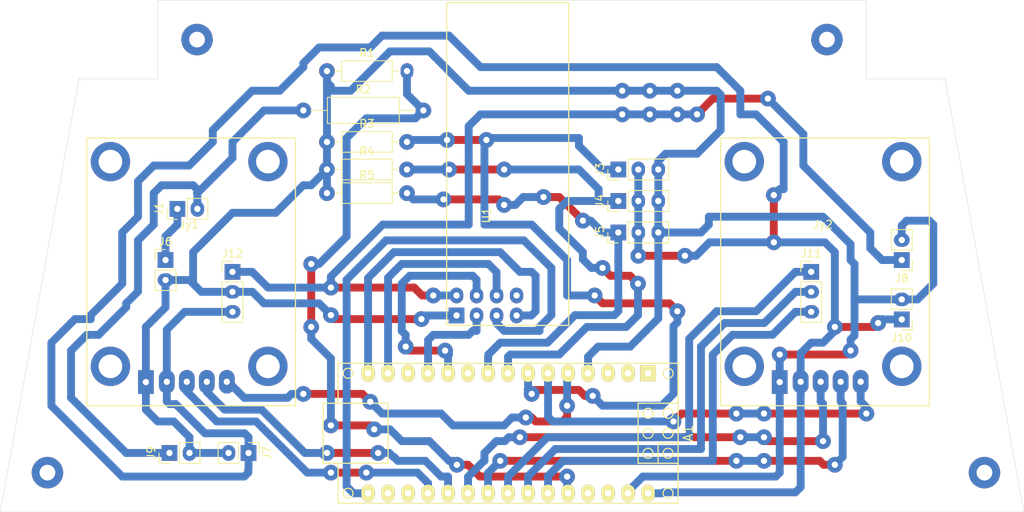
<source format=kicad_pcb>
(kicad_pcb (version 20171130) (host pcbnew "(5.1.5)-3")

  (general
    (thickness 1.6)
    (drawings 8)
    (tracks 575)
    (zones 0)
    (modules 20)
    (nets 34)
  )

  (page A4)
  (layers
    (0 F.Cu signal)
    (31 B.Cu signal)
    (32 B.Adhes user)
    (33 F.Adhes user)
    (34 B.Paste user)
    (35 F.Paste user)
    (36 B.SilkS user)
    (37 F.SilkS user)
    (38 B.Mask user)
    (39 F.Mask user)
    (40 Dwgs.User user)
    (41 Cmts.User user)
    (42 Eco1.User user)
    (43 Eco2.User user)
    (44 Edge.Cuts user)
    (45 Margin user)
    (46 B.CrtYd user)
    (47 F.CrtYd user)
    (48 B.Fab user)
    (49 F.Fab user)
  )

  (setup
    (last_trace_width 1)
    (user_trace_width 1)
    (user_trace_width 1.5)
    (user_trace_width 2)
    (trace_clearance 0.2)
    (zone_clearance 0.508)
    (zone_45_only no)
    (trace_min 0.2)
    (via_size 0.8)
    (via_drill 0.4)
    (via_min_size 0.4)
    (via_min_drill 0.3)
    (user_via 1 0.8)
    (user_via 1.5 0.8)
    (user_via 2 0.8)
    (user_via 2.5 0.8)
    (user_via 4 2)
    (uvia_size 0.3)
    (uvia_drill 0.1)
    (uvias_allowed no)
    (uvia_min_size 0.2)
    (uvia_min_drill 0.1)
    (edge_width 0.05)
    (segment_width 0.2)
    (pcb_text_width 0.3)
    (pcb_text_size 1.5 1.5)
    (mod_edge_width 0.12)
    (mod_text_size 1 1)
    (mod_text_width 0.15)
    (pad_size 2 2)
    (pad_drill 0.8)
    (pad_to_mask_clearance 0.051)
    (solder_mask_min_width 0.25)
    (aux_axis_origin 0 0)
    (visible_elements 7FFFFFFF)
    (pcbplotparams
      (layerselection 0x010fc_ffffffff)
      (usegerberextensions false)
      (usegerberattributes false)
      (usegerberadvancedattributes false)
      (creategerberjobfile false)
      (excludeedgelayer true)
      (linewidth 0.100000)
      (plotframeref false)
      (viasonmask false)
      (mode 1)
      (useauxorigin false)
      (hpglpennumber 1)
      (hpglpenspeed 20)
      (hpglpendiameter 15.000000)
      (psnegative false)
      (psa4output false)
      (plotreference true)
      (plotvalue true)
      (plotinvisibletext false)
      (padsonsilk false)
      (subtractmaskfromsilk false)
      (outputformat 1)
      (mirror false)
      (drillshape 0)
      (scaleselection 1)
      (outputdirectory "Gerber/"))
  )

  (net 0 "")
  (net 1 D12)
  (net 2 D13)
  (net 3 D11)
  (net 4 "Net-(A1-Pad17)")
  (net 5 "Net-(A1-Pad13)")
  (net 6 "Net-(A1-Pad18)")
  (net 7 D9)
  (net 8 A0)
  (net 9 D8)
  (net 10 A1)
  (net 11 "Net-(A1-Pad10)")
  (net 12 A2)
  (net 13 D6)
  (net 14 A3)
  (net 15 D5)
  (net 16 A4)
  (net 17 D4)
  (net 18 A5)
  (net 19 D3)
  (net 20 D2)
  (net 21 GND)
  (net 22 "Net-(A1-Pad27)")
  (net 23 "Net-(A1-Pad3)")
  (net 24 "Net-(A1-Pad28)")
  (net 25 "Net-(A1-Pad2)")
  (net 26 "Net-(A1-Pad1)")
  (net 27 +5V)
  (net 28 +3.3V)
  (net 29 "Net-(U1-Pad8)")
  (net 30 A6)
  (net 31 A7)
  (net 32 AN1)
  (net 33 AN2)

  (net_class Default "This is the default net class."
    (clearance 0.2)
    (trace_width 0.25)
    (via_dia 0.8)
    (via_drill 0.4)
    (uvia_dia 0.3)
    (uvia_drill 0.1)
    (add_net +3.3V)
    (add_net +5V)
    (add_net A0)
    (add_net A1)
    (add_net A2)
    (add_net A3)
    (add_net A4)
    (add_net A5)
    (add_net A6)
    (add_net A7)
    (add_net AN1)
    (add_net AN2)
    (add_net D11)
    (add_net D12)
    (add_net D13)
    (add_net D2)
    (add_net D3)
    (add_net D4)
    (add_net D5)
    (add_net D6)
    (add_net D8)
    (add_net D9)
    (add_net GND)
    (add_net "Net-(A1-Pad1)")
    (add_net "Net-(A1-Pad10)")
    (add_net "Net-(A1-Pad13)")
    (add_net "Net-(A1-Pad17)")
    (add_net "Net-(A1-Pad18)")
    (add_net "Net-(A1-Pad2)")
    (add_net "Net-(A1-Pad27)")
    (add_net "Net-(A1-Pad28)")
    (add_net "Net-(A1-Pad3)")
    (add_net "Net-(U1-Pad8)")
  )

  (module Resistors_THT:R_Axial_DIN0207_L6.3mm_D2.5mm_P10.16mm_Horizontal (layer F.Cu) (tedit 5E94E4FA) (tstamp 5E94E315)
    (at 121.5 85)
    (descr "Resistor, Axial_DIN0207 series, Axial, Horizontal, pin pitch=10.16mm, 0.25W = 1/4W, length*diameter=6.3*2.5mm^2, http://cdn-reichelt.de/documents/datenblatt/B400/1_4W%23YAG.pdf")
    (tags "Resistor Axial_DIN0207 series Axial Horizontal pin pitch 10.16mm 0.25W = 1/4W length 6.3mm diameter 2.5mm")
    (path /5E9CD41B)
    (fp_text reference R5 (at 5.08 -2.31) (layer F.SilkS)
      (effects (font (size 1 1) (thickness 0.15)))
    )
    (fp_text value 10k (at 5.08 2.31) (layer F.Fab)
      (effects (font (size 1 1) (thickness 0.15)))
    )
    (fp_line (start 1.93 -1.25) (end 1.93 1.25) (layer F.Fab) (width 0.1))
    (fp_line (start 1.93 1.25) (end 8.23 1.25) (layer F.Fab) (width 0.1))
    (fp_line (start 8.23 1.25) (end 8.23 -1.25) (layer F.Fab) (width 0.1))
    (fp_line (start 8.23 -1.25) (end 1.93 -1.25) (layer F.Fab) (width 0.1))
    (fp_line (start 0 0) (end 1.93 0) (layer F.Fab) (width 0.1))
    (fp_line (start 10.16 0) (end 8.23 0) (layer F.Fab) (width 0.1))
    (fp_line (start 1.87 -1.31) (end 1.87 1.31) (layer F.SilkS) (width 0.12))
    (fp_line (start 1.87 1.31) (end 8.29 1.31) (layer F.SilkS) (width 0.12))
    (fp_line (start 8.29 1.31) (end 8.29 -1.31) (layer F.SilkS) (width 0.12))
    (fp_line (start 8.29 -1.31) (end 1.87 -1.31) (layer F.SilkS) (width 0.12))
    (fp_line (start 0.98 0) (end 1.87 0) (layer F.SilkS) (width 0.12))
    (fp_line (start 9.18 0) (end 8.29 0) (layer F.SilkS) (width 0.12))
    (fp_line (start -1.05 -1.6) (end -1.05 1.6) (layer F.CrtYd) (width 0.05))
    (fp_line (start -1.05 1.6) (end 11.25 1.6) (layer F.CrtYd) (width 0.05))
    (fp_line (start 11.25 1.6) (end 11.25 -1.6) (layer F.CrtYd) (width 0.05))
    (fp_line (start 11.25 -1.6) (end -1.05 -1.6) (layer F.CrtYd) (width 0.05))
    (pad 1 thru_hole circle (at 0 0) (size 2 2) (drill 0.8) (layers *.Cu *.Mask)
      (net 21 GND))
    (pad 2 thru_hole oval (at 10.16 0) (size 2 2) (drill 0.8) (layers *.Cu *.Mask)
      (net 13 D6))
    (model ${KISYS3DMOD}/Resistors_THT.3dshapes/R_Axial_DIN0207_L6.3mm_D2.5mm_P10.16mm_Horizontal.wrl
      (at (xyz 0 0 0))
      (scale (xyz 0.393701 0.393701 0.393701))
      (rotate (xyz 0 0 0))
    )
  )

  (module Resistors_THT:R_Axial_DIN0207_L6.3mm_D2.5mm_P10.16mm_Horizontal (layer F.Cu) (tedit 5E94E4F1) (tstamp 5E94E312)
    (at 121.5 82)
    (descr "Resistor, Axial_DIN0207 series, Axial, Horizontal, pin pitch=10.16mm, 0.25W = 1/4W, length*diameter=6.3*2.5mm^2, http://cdn-reichelt.de/documents/datenblatt/B400/1_4W%23YAG.pdf")
    (tags "Resistor Axial_DIN0207 series Axial Horizontal pin pitch 10.16mm 0.25W = 1/4W length 6.3mm diameter 2.5mm")
    (path /5E9CCEC2)
    (fp_text reference R4 (at 5.08 -2.31) (layer F.SilkS)
      (effects (font (size 1 1) (thickness 0.15)))
    )
    (fp_text value 10k (at 5.08 2.31) (layer F.Fab)
      (effects (font (size 1 1) (thickness 0.15)))
    )
    (fp_line (start 1.93 -1.25) (end 1.93 1.25) (layer F.Fab) (width 0.1))
    (fp_line (start 1.93 1.25) (end 8.23 1.25) (layer F.Fab) (width 0.1))
    (fp_line (start 8.23 1.25) (end 8.23 -1.25) (layer F.Fab) (width 0.1))
    (fp_line (start 8.23 -1.25) (end 1.93 -1.25) (layer F.Fab) (width 0.1))
    (fp_line (start 0 0) (end 1.93 0) (layer F.Fab) (width 0.1))
    (fp_line (start 10.16 0) (end 8.23 0) (layer F.Fab) (width 0.1))
    (fp_line (start 1.87 -1.31) (end 1.87 1.31) (layer F.SilkS) (width 0.12))
    (fp_line (start 1.87 1.31) (end 8.29 1.31) (layer F.SilkS) (width 0.12))
    (fp_line (start 8.29 1.31) (end 8.29 -1.31) (layer F.SilkS) (width 0.12))
    (fp_line (start 8.29 -1.31) (end 1.87 -1.31) (layer F.SilkS) (width 0.12))
    (fp_line (start 0.98 0) (end 1.87 0) (layer F.SilkS) (width 0.12))
    (fp_line (start 9.18 0) (end 8.29 0) (layer F.SilkS) (width 0.12))
    (fp_line (start -1.05 -1.6) (end -1.05 1.6) (layer F.CrtYd) (width 0.05))
    (fp_line (start -1.05 1.6) (end 11.25 1.6) (layer F.CrtYd) (width 0.05))
    (fp_line (start 11.25 1.6) (end 11.25 -1.6) (layer F.CrtYd) (width 0.05))
    (fp_line (start 11.25 -1.6) (end -1.05 -1.6) (layer F.CrtYd) (width 0.05))
    (pad 1 thru_hole circle (at 0 0) (size 2 2) (drill 0.8) (layers *.Cu *.Mask)
      (net 21 GND))
    (pad 2 thru_hole oval (at 10.16 0) (size 2 2) (drill 0.8) (layers *.Cu *.Mask)
      (net 15 D5))
    (model ${KISYS3DMOD}/Resistors_THT.3dshapes/R_Axial_DIN0207_L6.3mm_D2.5mm_P10.16mm_Horizontal.wrl
      (at (xyz 0 0 0))
      (scale (xyz 0.393701 0.393701 0.393701))
      (rotate (xyz 0 0 0))
    )
  )

  (module Resistors_THT:R_Axial_DIN0207_L6.3mm_D2.5mm_P10.16mm_Horizontal (layer F.Cu) (tedit 5E94E4EA) (tstamp 5E94E30F)
    (at 121.5 78.5)
    (descr "Resistor, Axial_DIN0207 series, Axial, Horizontal, pin pitch=10.16mm, 0.25W = 1/4W, length*diameter=6.3*2.5mm^2, http://cdn-reichelt.de/documents/datenblatt/B400/1_4W%23YAG.pdf")
    (tags "Resistor Axial_DIN0207 series Axial Horizontal pin pitch 10.16mm 0.25W = 1/4W length 6.3mm diameter 2.5mm")
    (path /5E9CB33F)
    (fp_text reference R3 (at 5.08 -2.31) (layer F.SilkS)
      (effects (font (size 1 1) (thickness 0.15)))
    )
    (fp_text value 10k (at 5.08 2.31) (layer F.Fab)
      (effects (font (size 1 1) (thickness 0.15)))
    )
    (fp_line (start 1.93 -1.25) (end 1.93 1.25) (layer F.Fab) (width 0.1))
    (fp_line (start 1.93 1.25) (end 8.23 1.25) (layer F.Fab) (width 0.1))
    (fp_line (start 8.23 1.25) (end 8.23 -1.25) (layer F.Fab) (width 0.1))
    (fp_line (start 8.23 -1.25) (end 1.93 -1.25) (layer F.Fab) (width 0.1))
    (fp_line (start 0 0) (end 1.93 0) (layer F.Fab) (width 0.1))
    (fp_line (start 10.16 0) (end 8.23 0) (layer F.Fab) (width 0.1))
    (fp_line (start 1.87 -1.31) (end 1.87 1.31) (layer F.SilkS) (width 0.12))
    (fp_line (start 1.87 1.31) (end 8.29 1.31) (layer F.SilkS) (width 0.12))
    (fp_line (start 8.29 1.31) (end 8.29 -1.31) (layer F.SilkS) (width 0.12))
    (fp_line (start 8.29 -1.31) (end 1.87 -1.31) (layer F.SilkS) (width 0.12))
    (fp_line (start 0.98 0) (end 1.87 0) (layer F.SilkS) (width 0.12))
    (fp_line (start 9.18 0) (end 8.29 0) (layer F.SilkS) (width 0.12))
    (fp_line (start -1.05 -1.6) (end -1.05 1.6) (layer F.CrtYd) (width 0.05))
    (fp_line (start -1.05 1.6) (end 11.25 1.6) (layer F.CrtYd) (width 0.05))
    (fp_line (start 11.25 1.6) (end 11.25 -1.6) (layer F.CrtYd) (width 0.05))
    (fp_line (start 11.25 -1.6) (end -1.05 -1.6) (layer F.CrtYd) (width 0.05))
    (pad 1 thru_hole circle (at 0 0) (size 2 2) (drill 0.8) (layers *.Cu *.Mask)
      (net 21 GND))
    (pad 2 thru_hole oval (at 10.16 0) (size 2 2) (drill 0.8) (layers *.Cu *.Mask)
      (net 17 D4))
    (model ${KISYS3DMOD}/Resistors_THT.3dshapes/R_Axial_DIN0207_L6.3mm_D2.5mm_P10.16mm_Horizontal.wrl
      (at (xyz 0 0 0))
      (scale (xyz 0.393701 0.393701 0.393701))
      (rotate (xyz 0 0 0))
    )
  )

  (module yeni_nfr24l01:NRF24L01Module (layer F.Cu) (tedit 5E94C5E6) (tstamp 5E94CC85)
    (at 152.5 102 90)
    (path /5E8A45F4)
    (fp_text reference U1 (at 14.16 -10.73 90) (layer F.SilkS)
      (effects (font (size 1 1) (thickness 0.15)))
    )
    (fp_text value NRF24L01_Breakout (at 15.43 -13.27 90) (layer F.Fab)
      (effects (font (size 1 1) (thickness 0.15)))
    )
    (fp_line (start 0.2 -15.8) (end 0.2 -0.3) (layer F.SilkS) (width 0.15))
    (fp_line (start 41.2 -15.8) (end 0.2 -15.8) (layer F.SilkS) (width 0.15))
    (fp_line (start 41.2 -0.3) (end 41.2 -15.8) (layer F.SilkS) (width 0.15))
    (fp_line (start 0.2 -0.3) (end 41.2 -0.3) (layer F.SilkS) (width 0.15))
    (pad 8 thru_hole oval (at 4 -6.92 90) (size 2 1.7) (drill 0.8) (layers *.Cu *.Mask)
      (net 29 "Net-(U1-Pad8)"))
    (pad 7 thru_hole oval (at 1.46 -6.92 90) (size 2 1.7) (drill 0.8) (layers *.Cu *.Mask)
      (net 1 D12))
    (pad 6 thru_hole oval (at 4 -9.46 90) (size 2 1.7) (drill 0.8) (layers *.Cu *.Mask)
      (net 3 D11))
    (pad 5 thru_hole oval (at 1.46 -9.46 90) (size 2 1.7) (drill 0.8) (layers *.Cu *.Mask)
      (net 2 D13))
    (pad 4 thru_hole oval (at 4 -12 90) (size 2 1.7) (drill 0.8) (layers *.Cu *.Mask)
      (net 9 D8))
    (pad 3 thru_hole oval (at 1.46 -12 90) (size 2 1.7) (drill 0.8) (layers *.Cu *.Mask)
      (net 7 D9))
    (pad 2 thru_hole oval (at 4 -14.54 90) (size 2 1.7) (drill 0.8) (layers *.Cu *.Mask)
      (net 28 +3.3V))
    (pad 1 thru_hole rect (at 1.46 -14.54 90) (size 2 2) (drill 0.8) (layers *.Cu *.Mask)
      (net 21 GND))
  )

  (module Resistors_THT:R_Axial_DIN0309_L9.0mm_D3.2mm_P15.24mm_Horizontal (layer F.Cu) (tedit 5E94C73F) (tstamp 5E94C3C0)
    (at 118.5 74.5)
    (descr "Resistor, Axial_DIN0309 series, Axial, Horizontal, pin pitch=15.24mm, 0.5W = 1/2W, length*diameter=9*3.2mm^2, http://cdn-reichelt.de/documents/datenblatt/B400/1_4W%23YAG.pdf")
    (tags "Resistor Axial_DIN0309 series Axial Horizontal pin pitch 15.24mm 0.5W = 1/2W length 9mm diameter 3.2mm")
    (path /5E97AC79)
    (fp_text reference R2 (at 7.62 -2.66) (layer F.SilkS)
      (effects (font (size 1 1) (thickness 0.15)))
    )
    (fp_text value 100k (at 7.62 2.66) (layer F.Fab)
      (effects (font (size 1 1) (thickness 0.15)))
    )
    (fp_line (start 3.12 -1.6) (end 3.12 1.6) (layer F.Fab) (width 0.1))
    (fp_line (start 3.12 1.6) (end 12.12 1.6) (layer F.Fab) (width 0.1))
    (fp_line (start 12.12 1.6) (end 12.12 -1.6) (layer F.Fab) (width 0.1))
    (fp_line (start 12.12 -1.6) (end 3.12 -1.6) (layer F.Fab) (width 0.1))
    (fp_line (start 0 0) (end 3.12 0) (layer F.Fab) (width 0.1))
    (fp_line (start 15.24 0) (end 12.12 0) (layer F.Fab) (width 0.1))
    (fp_line (start 3.06 -1.66) (end 3.06 1.66) (layer F.SilkS) (width 0.12))
    (fp_line (start 3.06 1.66) (end 12.18 1.66) (layer F.SilkS) (width 0.12))
    (fp_line (start 12.18 1.66) (end 12.18 -1.66) (layer F.SilkS) (width 0.12))
    (fp_line (start 12.18 -1.66) (end 3.06 -1.66) (layer F.SilkS) (width 0.12))
    (fp_line (start 0.98 0) (end 3.06 0) (layer F.SilkS) (width 0.12))
    (fp_line (start 14.26 0) (end 12.18 0) (layer F.SilkS) (width 0.12))
    (fp_line (start -1.05 -1.95) (end -1.05 1.95) (layer F.CrtYd) (width 0.05))
    (fp_line (start -1.05 1.95) (end 16.3 1.95) (layer F.CrtYd) (width 0.05))
    (fp_line (start 16.3 1.95) (end 16.3 -1.95) (layer F.CrtYd) (width 0.05))
    (fp_line (start 16.3 -1.95) (end -1.05 -1.95) (layer F.CrtYd) (width 0.05))
    (pad 1 thru_hole circle (at 0 0) (size 2 2) (drill 0.8) (layers *.Cu *.Mask)
      (net 33 AN2))
    (pad 2 thru_hole oval (at 15.24 0) (size 2 2) (drill 0.8) (layers *.Cu *.Mask)
      (net 31 A7))
    (model ${KISYS3DMOD}/Resistors_THT.3dshapes/R_Axial_DIN0309_L9.0mm_D3.2mm_P15.24mm_Horizontal.wrl
      (at (xyz 0 0 0))
      (scale (xyz 0.393701 0.393701 0.393701))
      (rotate (xyz 0 0 0))
    )
  )

  (module Resistors_THT:R_Axial_DIN0207_L6.3mm_D2.5mm_P10.16mm_Horizontal (layer F.Cu) (tedit 5E94C730) (tstamp 5E94C3BD)
    (at 121.5 69.5)
    (descr "Resistor, Axial_DIN0207 series, Axial, Horizontal, pin pitch=10.16mm, 0.25W = 1/4W, length*diameter=6.3*2.5mm^2, http://cdn-reichelt.de/documents/datenblatt/B400/1_4W%23YAG.pdf")
    (tags "Resistor Axial_DIN0207 series Axial Horizontal pin pitch 10.16mm 0.25W = 1/4W length 6.3mm diameter 2.5mm")
    (path /5E97B275)
    (fp_text reference R1 (at 5.08 -2.31) (layer F.SilkS)
      (effects (font (size 1 1) (thickness 0.15)))
    )
    (fp_text value 10k (at 5.08 2.31) (layer F.Fab)
      (effects (font (size 1 1) (thickness 0.15)))
    )
    (fp_line (start 1.93 -1.25) (end 1.93 1.25) (layer F.Fab) (width 0.1))
    (fp_line (start 1.93 1.25) (end 8.23 1.25) (layer F.Fab) (width 0.1))
    (fp_line (start 8.23 1.25) (end 8.23 -1.25) (layer F.Fab) (width 0.1))
    (fp_line (start 8.23 -1.25) (end 1.93 -1.25) (layer F.Fab) (width 0.1))
    (fp_line (start 0 0) (end 1.93 0) (layer F.Fab) (width 0.1))
    (fp_line (start 10.16 0) (end 8.23 0) (layer F.Fab) (width 0.1))
    (fp_line (start 1.87 -1.31) (end 1.87 1.31) (layer F.SilkS) (width 0.12))
    (fp_line (start 1.87 1.31) (end 8.29 1.31) (layer F.SilkS) (width 0.12))
    (fp_line (start 8.29 1.31) (end 8.29 -1.31) (layer F.SilkS) (width 0.12))
    (fp_line (start 8.29 -1.31) (end 1.87 -1.31) (layer F.SilkS) (width 0.12))
    (fp_line (start 0.98 0) (end 1.87 0) (layer F.SilkS) (width 0.12))
    (fp_line (start 9.18 0) (end 8.29 0) (layer F.SilkS) (width 0.12))
    (fp_line (start -1.05 -1.6) (end -1.05 1.6) (layer F.CrtYd) (width 0.05))
    (fp_line (start -1.05 1.6) (end 11.25 1.6) (layer F.CrtYd) (width 0.05))
    (fp_line (start 11.25 1.6) (end 11.25 -1.6) (layer F.CrtYd) (width 0.05))
    (fp_line (start 11.25 -1.6) (end -1.05 -1.6) (layer F.CrtYd) (width 0.05))
    (pad 1 thru_hole circle (at 0 0) (size 2 2) (drill 0.8) (layers *.Cu *.Mask)
      (net 21 GND))
    (pad 2 thru_hole oval (at 10.16 0) (size 1.6 2) (drill 0.8) (layers *.Cu *.Mask)
      (net 31 A7))
    (model ${KISYS3DMOD}/Resistors_THT.3dshapes/R_Axial_DIN0207_L6.3mm_D2.5mm_P10.16mm_Horizontal.wrl
      (at (xyz 0 0 0))
      (scale (xyz 0.393701 0.393701 0.393701))
      (rotate (xyz 0 0 0))
    )
  )

  (module "Yeni klasör:joyistik" (layer F.Cu) (tedit 5E7E2951) (tstamp 5E94C3BA)
    (at 171.5 112)
    (path /5E8A7374)
    (fp_text reference Jy2 (at 13 -23) (layer F.SilkS)
      (effects (font (size 1 1) (thickness 0.15)))
    )
    (fp_text value Joyistik (at 13 -26) (layer F.Fab)
      (effects (font (size 1 1) (thickness 0.15)))
    )
    (fp_line (start 0 -34) (end 0 0) (layer F.SilkS) (width 0.15))
    (fp_line (start 26.5 -34) (end 0 -34) (layer F.SilkS) (width 0.15))
    (fp_line (start 26.5 0) (end 26.5 -34) (layer F.SilkS) (width 0.15))
    (fp_line (start 0 0) (end 26.5 0) (layer F.SilkS) (width 0.15))
    (pad 5 thru_hole oval (at 17.78 -3.04) (size 2 3) (drill 0.8) (layers *.Cu *.Mask)
      (net 19 D3))
    (pad 4 thru_hole oval (at 15.24 -3.04) (size 2 3) (drill 0.8) (layers *.Cu *.Mask)
      (net 14 A3))
    (pad 3 thru_hole oval (at 12.7 -3.04) (size 2 3) (drill 0.8) (layers *.Cu *.Mask)
      (net 12 A2))
    (pad 2 thru_hole oval (at 10.16 -3.04) (size 2 3) (drill 0.8) (layers *.Cu *.Mask)
      (net 27 +5V))
    (pad 1 thru_hole rect (at 7.5 -3) (size 2 3) (drill 0.8) (layers *.Cu *.Mask)
      (net 21 GND))
    (pad A thru_hole circle (at 3 -31) (size 5 5) (drill 3) (layers *.Cu *.Mask))
    (pad A thru_hole circle (at 23 -31) (size 5 5) (drill 3) (layers *.Cu *.Mask))
    (pad A thru_hole circle (at 23 -5) (size 5 5) (drill 3) (layers *.Cu *.Mask))
    (pad A thru_hole circle (at 3 -5) (size 5 5) (drill 3) (layers *.Cu *.Mask))
  )

  (module "Yeni klasör:joyistik" (layer F.Cu) (tedit 5E7E2951) (tstamp 5E94C3A9)
    (at 91 112)
    (path /5E8A6D13)
    (fp_text reference Jy1 (at 13 -23) (layer F.SilkS)
      (effects (font (size 1 1) (thickness 0.15)))
    )
    (fp_text value Joyistik (at 13 -26) (layer F.Fab)
      (effects (font (size 1 1) (thickness 0.15)))
    )
    (fp_line (start 0 -34) (end 0 0) (layer F.SilkS) (width 0.15))
    (fp_line (start 26.5 -34) (end 0 -34) (layer F.SilkS) (width 0.15))
    (fp_line (start 26.5 0) (end 26.5 -34) (layer F.SilkS) (width 0.15))
    (fp_line (start 0 0) (end 26.5 0) (layer F.SilkS) (width 0.15))
    (pad 5 thru_hole oval (at 17.78 -3.04) (size 2 3) (drill 0.8) (layers *.Cu *.Mask)
      (net 20 D2))
    (pad 4 thru_hole oval (at 15.24 -3.04) (size 2 3) (drill 0.8) (layers *.Cu *.Mask)
      (net 10 A1))
    (pad 3 thru_hole oval (at 12.7 -3.04) (size 2 3) (drill 0.8) (layers *.Cu *.Mask)
      (net 8 A0))
    (pad 2 thru_hole oval (at 10.16 -3.04) (size 2 3) (drill 0.8) (layers *.Cu *.Mask)
      (net 27 +5V))
    (pad 1 thru_hole rect (at 7.5 -3) (size 2 3) (drill 0.8) (layers *.Cu *.Mask)
      (net 21 GND))
    (pad A thru_hole circle (at 3 -31) (size 5 5) (drill 3) (layers *.Cu *.Mask))
    (pad A thru_hole circle (at 23 -31) (size 5 5) (drill 3) (layers *.Cu *.Mask))
    (pad A thru_hole circle (at 23 -5) (size 5 5) (drill 3) (layers *.Cu *.Mask))
    (pad A thru_hole circle (at 3 -5) (size 5 5) (drill 3) (layers *.Cu *.Mask))
  )

  (module Socket_Strips:Socket_Strip_Straight_1x03_Pitch2.54mm (layer F.Cu) (tedit 5E94C61A) (tstamp 5E94C398)
    (at 109.5 95)
    (descr "Through hole straight socket strip, 1x03, 2.54mm pitch, single row")
    (tags "Through hole socket strip THT 1x03 2.54mm single row")
    (path /5E94AE0D)
    (fp_text reference J12 (at 0 -2.33) (layer F.SilkS)
      (effects (font (size 1 1) (thickness 0.15)))
    )
    (fp_text value Vcc (at 0 7.41) (layer F.Fab)
      (effects (font (size 1 1) (thickness 0.15)))
    )
    (fp_line (start -1.27 -1.27) (end -1.27 6.35) (layer F.Fab) (width 0.1))
    (fp_line (start -1.27 6.35) (end 1.27 6.35) (layer F.Fab) (width 0.1))
    (fp_line (start 1.27 6.35) (end 1.27 -1.27) (layer F.Fab) (width 0.1))
    (fp_line (start 1.27 -1.27) (end -1.27 -1.27) (layer F.Fab) (width 0.1))
    (fp_line (start -1.33 1.27) (end -1.33 6.41) (layer F.SilkS) (width 0.12))
    (fp_line (start -1.33 6.41) (end 1.33 6.41) (layer F.SilkS) (width 0.12))
    (fp_line (start 1.33 6.41) (end 1.33 1.27) (layer F.SilkS) (width 0.12))
    (fp_line (start 1.33 1.27) (end -1.33 1.27) (layer F.SilkS) (width 0.12))
    (fp_line (start -1.33 0) (end -1.33 -1.33) (layer F.SilkS) (width 0.12))
    (fp_line (start -1.33 -1.33) (end 0 -1.33) (layer F.SilkS) (width 0.12))
    (fp_line (start -1.8 -1.8) (end -1.8 6.85) (layer F.CrtYd) (width 0.05))
    (fp_line (start -1.8 6.85) (end 1.8 6.85) (layer F.CrtYd) (width 0.05))
    (fp_line (start 1.8 6.85) (end 1.8 -1.8) (layer F.CrtYd) (width 0.05))
    (fp_line (start 1.8 -1.8) (end -1.8 -1.8) (layer F.CrtYd) (width 0.05))
    (fp_text user %R (at 0 -2.33) (layer F.Fab)
      (effects (font (size 1 1) (thickness 0.15)))
    )
    (pad 1 thru_hole rect (at 0 0) (size 2 2) (drill 0.8) (layers *.Cu *.Mask)
      (net 28 +3.3V))
    (pad 2 thru_hole oval (at 0 2.54) (size 2 1.7) (drill 0.8) (layers *.Cu *.Mask)
      (net 21 GND))
    (pad 3 thru_hole oval (at 0 5.08) (size 2 1.7) (drill 0.8) (layers *.Cu *.Mask)
      (net 27 +5V))
    (model ${KISYS3DMOD}/Socket_Strips.3dshapes/Socket_Strip_Straight_1x03_Pitch2.54mm.wrl
      (offset (xyz 0 -2.539999961853027 0))
      (scale (xyz 1 1 1))
      (rotate (xyz 0 0 270))
    )
  )

  (module Socket_Strips:Socket_Strip_Straight_1x03_Pitch2.54mm (layer F.Cu) (tedit 5E94C71D) (tstamp 5E94C395)
    (at 183 95)
    (descr "Through hole straight socket strip, 1x03, 2.54mm pitch, single row")
    (tags "Through hole socket strip THT 1x03 2.54mm single row")
    (path /5E94A1DC)
    (fp_text reference J11 (at 0 -2.33) (layer F.SilkS)
      (effects (font (size 1 1) (thickness 0.15)))
    )
    (fp_text value Data (at 0 7.41) (layer F.Fab)
      (effects (font (size 1 1) (thickness 0.15)))
    )
    (fp_line (start -1.27 -1.27) (end -1.27 6.35) (layer F.Fab) (width 0.1))
    (fp_line (start -1.27 6.35) (end 1.27 6.35) (layer F.Fab) (width 0.1))
    (fp_line (start 1.27 6.35) (end 1.27 -1.27) (layer F.Fab) (width 0.1))
    (fp_line (start 1.27 -1.27) (end -1.27 -1.27) (layer F.Fab) (width 0.1))
    (fp_line (start -1.33 1.27) (end -1.33 6.41) (layer F.SilkS) (width 0.12))
    (fp_line (start -1.33 6.41) (end 1.33 6.41) (layer F.SilkS) (width 0.12))
    (fp_line (start 1.33 6.41) (end 1.33 1.27) (layer F.SilkS) (width 0.12))
    (fp_line (start 1.33 1.27) (end -1.33 1.27) (layer F.SilkS) (width 0.12))
    (fp_line (start -1.33 0) (end -1.33 -1.33) (layer F.SilkS) (width 0.12))
    (fp_line (start -1.33 -1.33) (end 0 -1.33) (layer F.SilkS) (width 0.12))
    (fp_line (start -1.8 -1.8) (end -1.8 6.85) (layer F.CrtYd) (width 0.05))
    (fp_line (start -1.8 6.85) (end 1.8 6.85) (layer F.CrtYd) (width 0.05))
    (fp_line (start 1.8 6.85) (end 1.8 -1.8) (layer F.CrtYd) (width 0.05))
    (fp_line (start 1.8 -1.8) (end -1.8 -1.8) (layer F.CrtYd) (width 0.05))
    (fp_text user %R (at 0 -2.33) (layer F.Fab)
      (effects (font (size 1 1) (thickness 0.15)))
    )
    (pad 1 thru_hole rect (at 0 0) (size 2 2) (drill 0.8) (layers *.Cu *.Mask)
      (net 16 A4))
    (pad 2 thru_hole oval (at 0 2.54) (size 2 1.7) (drill 0.8) (layers *.Cu *.Mask)
      (net 18 A5))
    (pad 3 thru_hole oval (at 0 5.08) (size 2 1.7) (drill 0.8) (layers *.Cu *.Mask)
      (net 30 A6))
    (model ${KISYS3DMOD}/Socket_Strips.3dshapes/Socket_Strip_Straight_1x03_Pitch2.54mm.wrl
      (offset (xyz 0 -2.539999961853027 0))
      (scale (xyz 1 1 1))
      (rotate (xyz 0 0 270))
    )
  )

  (module Socket_Strips:Socket_Strip_Straight_1x02_Pitch2.54mm (layer F.Cu) (tedit 5E94C6AF) (tstamp 5E94C392)
    (at 194.5 101.04 180)
    (descr "Through hole straight socket strip, 1x02, 2.54mm pitch, single row")
    (tags "Through hole socket strip THT 1x02 2.54mm single row")
    (path /5E8B9198)
    (fp_text reference J10 (at 0 -2.33) (layer F.SilkS)
      (effects (font (size 1 1) (thickness 0.15)))
    )
    (fp_text value 5V_DC (at 0 4.87) (layer F.Fab)
      (effects (font (size 1 1) (thickness 0.15)))
    )
    (fp_line (start -1.27 -1.27) (end -1.27 3.81) (layer F.Fab) (width 0.1))
    (fp_line (start -1.27 3.81) (end 1.27 3.81) (layer F.Fab) (width 0.1))
    (fp_line (start 1.27 3.81) (end 1.27 -1.27) (layer F.Fab) (width 0.1))
    (fp_line (start 1.27 -1.27) (end -1.27 -1.27) (layer F.Fab) (width 0.1))
    (fp_line (start -1.33 1.27) (end -1.33 3.87) (layer F.SilkS) (width 0.12))
    (fp_line (start -1.33 3.87) (end 1.33 3.87) (layer F.SilkS) (width 0.12))
    (fp_line (start 1.33 3.87) (end 1.33 1.27) (layer F.SilkS) (width 0.12))
    (fp_line (start 1.33 1.27) (end -1.33 1.27) (layer F.SilkS) (width 0.12))
    (fp_line (start -1.33 0) (end -1.33 -1.33) (layer F.SilkS) (width 0.12))
    (fp_line (start -1.33 -1.33) (end 0 -1.33) (layer F.SilkS) (width 0.12))
    (fp_line (start -1.8 -1.8) (end -1.8 4.35) (layer F.CrtYd) (width 0.05))
    (fp_line (start -1.8 4.35) (end 1.8 4.35) (layer F.CrtYd) (width 0.05))
    (fp_line (start 1.8 4.35) (end 1.8 -1.8) (layer F.CrtYd) (width 0.05))
    (fp_line (start 1.8 -1.8) (end -1.8 -1.8) (layer F.CrtYd) (width 0.05))
    (fp_text user %R (at 0 -2.33) (layer F.Fab)
      (effects (font (size 1 1) (thickness 0.15)))
    )
    (pad 1 thru_hole rect (at 0 0 180) (size 2 2) (drill 0.8) (layers *.Cu *.Mask)
      (net 27 +5V))
    (pad 2 thru_hole oval (at 0 2.54 180) (size 2 1.7) (drill 0.8) (layers *.Cu *.Mask)
      (net 21 GND))
    (model ${KISYS3DMOD}/Socket_Strips.3dshapes/Socket_Strip_Straight_1x02_Pitch2.54mm.wrl
      (offset (xyz 0 -1.269999980926514 0))
      (scale (xyz 1 1 1))
      (rotate (xyz 0 0 270))
    )
  )

  (module Socket_Strips:Socket_Strip_Straight_1x02_Pitch2.54mm (layer F.Cu) (tedit 5E94C676) (tstamp 5E94C38F)
    (at 101.5 118 90)
    (descr "Through hole straight socket strip, 1x02, 2.54mm pitch, single row")
    (tags "Through hole socket strip THT 1x02 2.54mm single row")
    (path /5E8B77D6)
    (fp_text reference J9 (at 0 -2.33 90) (layer F.SilkS)
      (effects (font (size 1 1) (thickness 0.15)))
    )
    (fp_text value 12V_DC_PWR (at 0 4.87 90) (layer F.Fab)
      (effects (font (size 1 1) (thickness 0.15)))
    )
    (fp_line (start -1.27 -1.27) (end -1.27 3.81) (layer F.Fab) (width 0.1))
    (fp_line (start -1.27 3.81) (end 1.27 3.81) (layer F.Fab) (width 0.1))
    (fp_line (start 1.27 3.81) (end 1.27 -1.27) (layer F.Fab) (width 0.1))
    (fp_line (start 1.27 -1.27) (end -1.27 -1.27) (layer F.Fab) (width 0.1))
    (fp_line (start -1.33 1.27) (end -1.33 3.87) (layer F.SilkS) (width 0.12))
    (fp_line (start -1.33 3.87) (end 1.33 3.87) (layer F.SilkS) (width 0.12))
    (fp_line (start 1.33 3.87) (end 1.33 1.27) (layer F.SilkS) (width 0.12))
    (fp_line (start 1.33 1.27) (end -1.33 1.27) (layer F.SilkS) (width 0.12))
    (fp_line (start -1.33 0) (end -1.33 -1.33) (layer F.SilkS) (width 0.12))
    (fp_line (start -1.33 -1.33) (end 0 -1.33) (layer F.SilkS) (width 0.12))
    (fp_line (start -1.8 -1.8) (end -1.8 4.35) (layer F.CrtYd) (width 0.05))
    (fp_line (start -1.8 4.35) (end 1.8 4.35) (layer F.CrtYd) (width 0.05))
    (fp_line (start 1.8 4.35) (end 1.8 -1.8) (layer F.CrtYd) (width 0.05))
    (fp_line (start 1.8 -1.8) (end -1.8 -1.8) (layer F.CrtYd) (width 0.05))
    (fp_text user %R (at 0 -2.33 90) (layer F.Fab)
      (effects (font (size 1 1) (thickness 0.15)))
    )
    (pad 1 thru_hole rect (at 0 0 90) (size 2 2) (drill 0.8) (layers *.Cu *.Mask)
      (net 33 AN2))
    (pad 2 thru_hole oval (at 0 2.54 90) (size 2 1.7) (drill 0.8) (layers *.Cu *.Mask)
      (net 21 GND))
    (model ${KISYS3DMOD}/Socket_Strips.3dshapes/Socket_Strip_Straight_1x02_Pitch2.54mm.wrl
      (offset (xyz 0 -1.269999980926514 0))
      (scale (xyz 1 1 1))
      (rotate (xyz 0 0 270))
    )
  )

  (module Socket_Strips:Socket_Strip_Straight_1x02_Pitch2.54mm (layer F.Cu) (tedit 5E94C69E) (tstamp 5E94C38C)
    (at 194.5 93.5 180)
    (descr "Through hole straight socket strip, 1x02, 2.54mm pitch, single row")
    (tags "Through hole socket strip THT 1x02 2.54mm single row")
    (path /5E8A9345)
    (fp_text reference J8 (at 0 -2.33) (layer F.SilkS)
      (effects (font (size 1 1) (thickness 0.15)))
    )
    (fp_text value 3.3V_DC (at 0 4.87) (layer F.Fab)
      (effects (font (size 1 1) (thickness 0.15)))
    )
    (fp_line (start -1.27 -1.27) (end -1.27 3.81) (layer F.Fab) (width 0.1))
    (fp_line (start -1.27 3.81) (end 1.27 3.81) (layer F.Fab) (width 0.1))
    (fp_line (start 1.27 3.81) (end 1.27 -1.27) (layer F.Fab) (width 0.1))
    (fp_line (start 1.27 -1.27) (end -1.27 -1.27) (layer F.Fab) (width 0.1))
    (fp_line (start -1.33 1.27) (end -1.33 3.87) (layer F.SilkS) (width 0.12))
    (fp_line (start -1.33 3.87) (end 1.33 3.87) (layer F.SilkS) (width 0.12))
    (fp_line (start 1.33 3.87) (end 1.33 1.27) (layer F.SilkS) (width 0.12))
    (fp_line (start 1.33 1.27) (end -1.33 1.27) (layer F.SilkS) (width 0.12))
    (fp_line (start -1.33 0) (end -1.33 -1.33) (layer F.SilkS) (width 0.12))
    (fp_line (start -1.33 -1.33) (end 0 -1.33) (layer F.SilkS) (width 0.12))
    (fp_line (start -1.8 -1.8) (end -1.8 4.35) (layer F.CrtYd) (width 0.05))
    (fp_line (start -1.8 4.35) (end 1.8 4.35) (layer F.CrtYd) (width 0.05))
    (fp_line (start 1.8 4.35) (end 1.8 -1.8) (layer F.CrtYd) (width 0.05))
    (fp_line (start 1.8 -1.8) (end -1.8 -1.8) (layer F.CrtYd) (width 0.05))
    (fp_text user %R (at 0 -2.33) (layer F.Fab)
      (effects (font (size 1 1) (thickness 0.15)))
    )
    (pad 1 thru_hole rect (at 0 0 180) (size 2 2) (drill 0.8) (layers *.Cu *.Mask)
      (net 28 +3.3V))
    (pad 2 thru_hole oval (at 0 2.54 180) (size 2 1.7) (drill 0.8) (layers *.Cu *.Mask)
      (net 21 GND))
    (model ${KISYS3DMOD}/Socket_Strips.3dshapes/Socket_Strip_Straight_1x02_Pitch2.54mm.wrl
      (offset (xyz 0 -1.269999980926514 0))
      (scale (xyz 1 1 1))
      (rotate (xyz 0 0 270))
    )
  )

  (module Socket_Strips:Socket_Strip_Straight_1x02_Pitch2.54mm (layer F.Cu) (tedit 5E94C686) (tstamp 5E94C389)
    (at 111.54 118 270)
    (descr "Through hole straight socket strip, 1x02, 2.54mm pitch, single row")
    (tags "Through hole socket strip THT 1x02 2.54mm single row")
    (path /5E8A8DD8)
    (fp_text reference J7 (at 0 -2.33 90) (layer F.SilkS)
      (effects (font (size 1 1) (thickness 0.15)))
    )
    (fp_text value 5V_DC (at 0 4.87 90) (layer F.Fab)
      (effects (font (size 1 1) (thickness 0.15)))
    )
    (fp_line (start -1.27 -1.27) (end -1.27 3.81) (layer F.Fab) (width 0.1))
    (fp_line (start -1.27 3.81) (end 1.27 3.81) (layer F.Fab) (width 0.1))
    (fp_line (start 1.27 3.81) (end 1.27 -1.27) (layer F.Fab) (width 0.1))
    (fp_line (start 1.27 -1.27) (end -1.27 -1.27) (layer F.Fab) (width 0.1))
    (fp_line (start -1.33 1.27) (end -1.33 3.87) (layer F.SilkS) (width 0.12))
    (fp_line (start -1.33 3.87) (end 1.33 3.87) (layer F.SilkS) (width 0.12))
    (fp_line (start 1.33 3.87) (end 1.33 1.27) (layer F.SilkS) (width 0.12))
    (fp_line (start 1.33 1.27) (end -1.33 1.27) (layer F.SilkS) (width 0.12))
    (fp_line (start -1.33 0) (end -1.33 -1.33) (layer F.SilkS) (width 0.12))
    (fp_line (start -1.33 -1.33) (end 0 -1.33) (layer F.SilkS) (width 0.12))
    (fp_line (start -1.8 -1.8) (end -1.8 4.35) (layer F.CrtYd) (width 0.05))
    (fp_line (start -1.8 4.35) (end 1.8 4.35) (layer F.CrtYd) (width 0.05))
    (fp_line (start 1.8 4.35) (end 1.8 -1.8) (layer F.CrtYd) (width 0.05))
    (fp_line (start 1.8 -1.8) (end -1.8 -1.8) (layer F.CrtYd) (width 0.05))
    (fp_text user %R (at 0 -2.33 90) (layer F.Fab)
      (effects (font (size 1 1) (thickness 0.15)))
    )
    (pad 1 thru_hole rect (at 0 0 270) (size 2 2) (drill 0.8) (layers *.Cu *.Mask)
      (net 27 +5V))
    (pad 2 thru_hole oval (at 0 2.54 270) (size 2 1.7) (drill 0.8) (layers *.Cu *.Mask)
      (net 21 GND))
    (model ${KISYS3DMOD}/Socket_Strips.3dshapes/Socket_Strip_Straight_1x02_Pitch2.54mm.wrl
      (offset (xyz 0 -1.269999980926514 0))
      (scale (xyz 1 1 1))
      (rotate (xyz 0 0 270))
    )
  )

  (module Socket_Strips:Socket_Strip_Straight_1x02_Pitch2.54mm (layer F.Cu) (tedit 5E94C62E) (tstamp 5E94C386)
    (at 101 93.5)
    (descr "Through hole straight socket strip, 1x02, 2.54mm pitch, single row")
    (tags "Through hole socket strip THT 1x02 2.54mm single row")
    (path /5E8A87C8)
    (fp_text reference J6 (at 0 -2.33) (layer F.SilkS)
      (effects (font (size 1 1) (thickness 0.15)))
    )
    (fp_text value 12V_DC_Battery (at 0 4.87) (layer F.Fab)
      (effects (font (size 1 1) (thickness 0.15)))
    )
    (fp_line (start -1.27 -1.27) (end -1.27 3.81) (layer F.Fab) (width 0.1))
    (fp_line (start -1.27 3.81) (end 1.27 3.81) (layer F.Fab) (width 0.1))
    (fp_line (start 1.27 3.81) (end 1.27 -1.27) (layer F.Fab) (width 0.1))
    (fp_line (start 1.27 -1.27) (end -1.27 -1.27) (layer F.Fab) (width 0.1))
    (fp_line (start -1.33 1.27) (end -1.33 3.87) (layer F.SilkS) (width 0.12))
    (fp_line (start -1.33 3.87) (end 1.33 3.87) (layer F.SilkS) (width 0.12))
    (fp_line (start 1.33 3.87) (end 1.33 1.27) (layer F.SilkS) (width 0.12))
    (fp_line (start 1.33 1.27) (end -1.33 1.27) (layer F.SilkS) (width 0.12))
    (fp_line (start -1.33 0) (end -1.33 -1.33) (layer F.SilkS) (width 0.12))
    (fp_line (start -1.33 -1.33) (end 0 -1.33) (layer F.SilkS) (width 0.12))
    (fp_line (start -1.8 -1.8) (end -1.8 4.35) (layer F.CrtYd) (width 0.05))
    (fp_line (start -1.8 4.35) (end 1.8 4.35) (layer F.CrtYd) (width 0.05))
    (fp_line (start 1.8 4.35) (end 1.8 -1.8) (layer F.CrtYd) (width 0.05))
    (fp_line (start 1.8 -1.8) (end -1.8 -1.8) (layer F.CrtYd) (width 0.05))
    (fp_text user %R (at 0 -2.33) (layer F.Fab)
      (effects (font (size 1 1) (thickness 0.15)))
    )
    (pad 1 thru_hole rect (at 0 0) (size 2 2) (drill 0.8) (layers *.Cu *.Mask)
      (net 32 AN1))
    (pad 2 thru_hole oval (at 0 2.54) (size 2 1.7) (drill 0.8) (layers *.Cu *.Mask)
      (net 21 GND))
    (model ${KISYS3DMOD}/Socket_Strips.3dshapes/Socket_Strip_Straight_1x02_Pitch2.54mm.wrl
      (offset (xyz 0 -1.269999980926514 0))
      (scale (xyz 1 1 1))
      (rotate (xyz 0 0 270))
    )
  )

  (module Socket_Strips:Socket_Strip_Straight_1x03_Pitch2.54mm (layer F.Cu) (tedit 5E94C701) (tstamp 5E94C383)
    (at 158.5 90 90)
    (descr "Through hole straight socket strip, 1x03, 2.54mm pitch, single row")
    (tags "Through hole socket strip THT 1x03 2.54mm single row")
    (path /5E8D1F4B)
    (fp_text reference J5 (at 0 -2.33 90) (layer F.SilkS)
      (effects (font (size 1 1) (thickness 0.15)))
    )
    (fp_text value D6 (at 0 7.41 90) (layer F.Fab)
      (effects (font (size 1 1) (thickness 0.15)))
    )
    (fp_line (start -1.27 -1.27) (end -1.27 6.35) (layer F.Fab) (width 0.1))
    (fp_line (start -1.27 6.35) (end 1.27 6.35) (layer F.Fab) (width 0.1))
    (fp_line (start 1.27 6.35) (end 1.27 -1.27) (layer F.Fab) (width 0.1))
    (fp_line (start 1.27 -1.27) (end -1.27 -1.27) (layer F.Fab) (width 0.1))
    (fp_line (start -1.33 1.27) (end -1.33 6.41) (layer F.SilkS) (width 0.12))
    (fp_line (start -1.33 6.41) (end 1.33 6.41) (layer F.SilkS) (width 0.12))
    (fp_line (start 1.33 6.41) (end 1.33 1.27) (layer F.SilkS) (width 0.12))
    (fp_line (start 1.33 1.27) (end -1.33 1.27) (layer F.SilkS) (width 0.12))
    (fp_line (start -1.33 0) (end -1.33 -1.33) (layer F.SilkS) (width 0.12))
    (fp_line (start -1.33 -1.33) (end 0 -1.33) (layer F.SilkS) (width 0.12))
    (fp_line (start -1.8 -1.8) (end -1.8 6.85) (layer F.CrtYd) (width 0.05))
    (fp_line (start -1.8 6.85) (end 1.8 6.85) (layer F.CrtYd) (width 0.05))
    (fp_line (start 1.8 6.85) (end 1.8 -1.8) (layer F.CrtYd) (width 0.05))
    (fp_line (start 1.8 -1.8) (end -1.8 -1.8) (layer F.CrtYd) (width 0.05))
    (fp_text user %R (at 0 -2.33 90) (layer F.Fab)
      (effects (font (size 1 1) (thickness 0.15)))
    )
    (pad 1 thru_hole rect (at 0 0 90) (size 2 2) (drill 0.8) (layers *.Cu *.Mask)
      (net 13 D6))
    (pad 2 thru_hole oval (at 0 2.54 90) (size 2 1.7) (drill 0.8) (layers *.Cu *.Mask)
      (net 27 +5V))
    (pad 3 thru_hole oval (at 0 5.08 90) (size 2 1.7) (drill 0.8) (layers *.Cu *.Mask)
      (net 21 GND))
    (model ${KISYS3DMOD}/Socket_Strips.3dshapes/Socket_Strip_Straight_1x03_Pitch2.54mm.wrl
      (offset (xyz 0 -2.539999961853027 0))
      (scale (xyz 1 1 1))
      (rotate (xyz 0 0 270))
    )
  )

  (module Socket_Strips:Socket_Strip_Straight_1x03_Pitch2.54mm (layer F.Cu) (tedit 5E94C6E9) (tstamp 5E94C380)
    (at 158.5 86 90)
    (descr "Through hole straight socket strip, 1x03, 2.54mm pitch, single row")
    (tags "Through hole socket strip THT 1x03 2.54mm single row")
    (path /5E8D1A4C)
    (fp_text reference J4 (at 0 -2.33 90) (layer F.SilkS)
      (effects (font (size 1 1) (thickness 0.15)))
    )
    (fp_text value D5 (at 0 7.41 90) (layer F.Fab)
      (effects (font (size 1 1) (thickness 0.15)))
    )
    (fp_line (start -1.27 -1.27) (end -1.27 6.35) (layer F.Fab) (width 0.1))
    (fp_line (start -1.27 6.35) (end 1.27 6.35) (layer F.Fab) (width 0.1))
    (fp_line (start 1.27 6.35) (end 1.27 -1.27) (layer F.Fab) (width 0.1))
    (fp_line (start 1.27 -1.27) (end -1.27 -1.27) (layer F.Fab) (width 0.1))
    (fp_line (start -1.33 1.27) (end -1.33 6.41) (layer F.SilkS) (width 0.12))
    (fp_line (start -1.33 6.41) (end 1.33 6.41) (layer F.SilkS) (width 0.12))
    (fp_line (start 1.33 6.41) (end 1.33 1.27) (layer F.SilkS) (width 0.12))
    (fp_line (start 1.33 1.27) (end -1.33 1.27) (layer F.SilkS) (width 0.12))
    (fp_line (start -1.33 0) (end -1.33 -1.33) (layer F.SilkS) (width 0.12))
    (fp_line (start -1.33 -1.33) (end 0 -1.33) (layer F.SilkS) (width 0.12))
    (fp_line (start -1.8 -1.8) (end -1.8 6.85) (layer F.CrtYd) (width 0.05))
    (fp_line (start -1.8 6.85) (end 1.8 6.85) (layer F.CrtYd) (width 0.05))
    (fp_line (start 1.8 6.85) (end 1.8 -1.8) (layer F.CrtYd) (width 0.05))
    (fp_line (start 1.8 -1.8) (end -1.8 -1.8) (layer F.CrtYd) (width 0.05))
    (fp_text user %R (at 0 -2.33 90) (layer F.Fab)
      (effects (font (size 1 1) (thickness 0.15)))
    )
    (pad 1 thru_hole rect (at 0 0 90) (size 2 2) (drill 0.8) (layers *.Cu *.Mask)
      (net 15 D5))
    (pad 2 thru_hole oval (at 0 2.54 90) (size 2 1.7) (drill 0.8) (layers *.Cu *.Mask)
      (net 27 +5V))
    (pad 3 thru_hole oval (at 0 5.08 90) (size 2 1.7) (drill 0.8) (layers *.Cu *.Mask)
      (net 21 GND))
    (model ${KISYS3DMOD}/Socket_Strips.3dshapes/Socket_Strip_Straight_1x03_Pitch2.54mm.wrl
      (offset (xyz 0 -2.539999961853027 0))
      (scale (xyz 1 1 1))
      (rotate (xyz 0 0 270))
    )
  )

  (module Socket_Strips:Socket_Strip_Straight_1x03_Pitch2.54mm (layer F.Cu) (tedit 5E94C6CB) (tstamp 5E94C37D)
    (at 158.5 82 90)
    (descr "Through hole straight socket strip, 1x03, 2.54mm pitch, single row")
    (tags "Through hole socket strip THT 1x03 2.54mm single row")
    (path /5E8D15DC)
    (fp_text reference J3 (at 0 -2.33 90) (layer F.SilkS)
      (effects (font (size 1 1) (thickness 0.15)))
    )
    (fp_text value D4 (at 0 7.41 90) (layer F.Fab)
      (effects (font (size 1 1) (thickness 0.15)))
    )
    (fp_line (start -1.27 -1.27) (end -1.27 6.35) (layer F.Fab) (width 0.1))
    (fp_line (start -1.27 6.35) (end 1.27 6.35) (layer F.Fab) (width 0.1))
    (fp_line (start 1.27 6.35) (end 1.27 -1.27) (layer F.Fab) (width 0.1))
    (fp_line (start 1.27 -1.27) (end -1.27 -1.27) (layer F.Fab) (width 0.1))
    (fp_line (start -1.33 1.27) (end -1.33 6.41) (layer F.SilkS) (width 0.12))
    (fp_line (start -1.33 6.41) (end 1.33 6.41) (layer F.SilkS) (width 0.12))
    (fp_line (start 1.33 6.41) (end 1.33 1.27) (layer F.SilkS) (width 0.12))
    (fp_line (start 1.33 1.27) (end -1.33 1.27) (layer F.SilkS) (width 0.12))
    (fp_line (start -1.33 0) (end -1.33 -1.33) (layer F.SilkS) (width 0.12))
    (fp_line (start -1.33 -1.33) (end 0 -1.33) (layer F.SilkS) (width 0.12))
    (fp_line (start -1.8 -1.8) (end -1.8 6.85) (layer F.CrtYd) (width 0.05))
    (fp_line (start -1.8 6.85) (end 1.8 6.85) (layer F.CrtYd) (width 0.05))
    (fp_line (start 1.8 6.85) (end 1.8 -1.8) (layer F.CrtYd) (width 0.05))
    (fp_line (start 1.8 -1.8) (end -1.8 -1.8) (layer F.CrtYd) (width 0.05))
    (fp_text user %R (at 0 -2.33 90) (layer F.Fab)
      (effects (font (size 1 1) (thickness 0.15)))
    )
    (pad 1 thru_hole rect (at 0 0 90) (size 2 2) (drill 0.8) (layers *.Cu *.Mask)
      (net 17 D4))
    (pad 2 thru_hole oval (at 0 2.54 90) (size 2 1.7) (drill 0.8) (layers *.Cu *.Mask)
      (net 27 +5V))
    (pad 3 thru_hole oval (at 0 5.08 90) (size 2 1.7) (drill 0.8) (layers *.Cu *.Mask)
      (net 21 GND))
    (model ${KISYS3DMOD}/Socket_Strips.3dshapes/Socket_Strip_Straight_1x03_Pitch2.54mm.wrl
      (offset (xyz 0 -2.539999961853027 0))
      (scale (xyz 1 1 1))
      (rotate (xyz 0 0 270))
    )
  )

  (module Socket_Strips:Socket_Strip_Straight_1x02_Pitch2.54mm (layer F.Cu) (tedit 5E94C650) (tstamp 5E94C37A)
    (at 102.5 87 90)
    (descr "Through hole straight socket strip, 1x02, 2.54mm pitch, single row")
    (tags "Through hole socket strip THT 1x02 2.54mm single row")
    (path /5E94CF19)
    (fp_text reference J1 (at 0 -2.33 90) (layer F.SilkS)
      (effects (font (size 1 1) (thickness 0.15)))
    )
    (fp_text value anahtar (at 0 4.87 90) (layer F.Fab)
      (effects (font (size 1 1) (thickness 0.15)))
    )
    (fp_line (start -1.27 -1.27) (end -1.27 3.81) (layer F.Fab) (width 0.1))
    (fp_line (start -1.27 3.81) (end 1.27 3.81) (layer F.Fab) (width 0.1))
    (fp_line (start 1.27 3.81) (end 1.27 -1.27) (layer F.Fab) (width 0.1))
    (fp_line (start 1.27 -1.27) (end -1.27 -1.27) (layer F.Fab) (width 0.1))
    (fp_line (start -1.33 1.27) (end -1.33 3.87) (layer F.SilkS) (width 0.12))
    (fp_line (start -1.33 3.87) (end 1.33 3.87) (layer F.SilkS) (width 0.12))
    (fp_line (start 1.33 3.87) (end 1.33 1.27) (layer F.SilkS) (width 0.12))
    (fp_line (start 1.33 1.27) (end -1.33 1.27) (layer F.SilkS) (width 0.12))
    (fp_line (start -1.33 0) (end -1.33 -1.33) (layer F.SilkS) (width 0.12))
    (fp_line (start -1.33 -1.33) (end 0 -1.33) (layer F.SilkS) (width 0.12))
    (fp_line (start -1.8 -1.8) (end -1.8 4.35) (layer F.CrtYd) (width 0.05))
    (fp_line (start -1.8 4.35) (end 1.8 4.35) (layer F.CrtYd) (width 0.05))
    (fp_line (start 1.8 4.35) (end 1.8 -1.8) (layer F.CrtYd) (width 0.05))
    (fp_line (start 1.8 -1.8) (end -1.8 -1.8) (layer F.CrtYd) (width 0.05))
    (fp_text user %R (at 0 -2.33 90) (layer F.Fab)
      (effects (font (size 1 1) (thickness 0.15)))
    )
    (pad 1 thru_hole rect (at 0 0 90) (size 2 2) (drill 0.8) (layers *.Cu *.Mask)
      (net 32 AN1))
    (pad 2 thru_hole oval (at 0 2.54 90) (size 2 1.7) (drill 0.8) (layers *.Cu *.Mask)
      (net 33 AN2))
    (model ${KISYS3DMOD}/Socket_Strips.3dshapes/Socket_Strip_Straight_1x02_Pitch2.54mm.wrl
      (offset (xyz 0 -1.269999980926514 0))
      (scale (xyz 1 1 1))
      (rotate (xyz 0 0 270))
    )
  )

  (module "Yeni klasör:arduino_nano" (layer F.Cu) (tedit 5E7E234A) (tstamp 5E94C377)
    (at 144.5 115.5 180)
    (path /5E8A3333)
    (fp_text reference A1 (at -22.86 0 90) (layer F.SilkS)
      (effects (font (size 1.2 1.2) (thickness 0.15)))
    )
    (fp_text value Arduino_Nano_v3.x (at 0 0) (layer F.Fab)
      (effects (font (size 1.2 1.2) (thickness 0.15)))
    )
    (fp_line (start 21.59 -8.89) (end -21.59 -8.89) (layer F.SilkS) (width 0.15))
    (fp_line (start -21.59 8.89) (end 21.59 8.89) (layer F.SilkS) (width 0.15))
    (fp_line (start -21.59 -8.89) (end -21.59 8.89) (layer F.SilkS) (width 0.15))
    (fp_line (start -16.51 3.81) (end -16.51 -3.81) (layer F.SilkS) (width 0.15))
    (fp_line (start -21.59 3.81) (end -16.51 3.81) (layer F.SilkS) (width 0.15))
    (fp_line (start -16.51 -3.81) (end -21.59 -3.81) (layer F.SilkS) (width 0.15))
    (fp_line (start -19.05 -1.27) (end -21.59 -1.27) (layer F.SilkS) (width 0.15))
    (fp_line (start -19.05 -3.81) (end -19.05 -1.27) (layer F.SilkS) (width 0.15))
    (fp_circle (center -20.32 -7.62) (end -19.685 -7.62) (layer F.SilkS) (width 0.15))
    (fp_circle (center -20.32 7.62) (end -19.685 7.62) (layer F.SilkS) (width 0.15))
    (fp_circle (center 20.32 -7.62) (end 20.955 -7.62) (layer F.SilkS) (width 0.15))
    (fp_circle (center 20.32 7.62) (end 20.955 7.62) (layer F.SilkS) (width 0.15))
    (fp_circle (center -20.32 -2.54) (end -20.32 -1.905) (layer F.SilkS) (width 0.15))
    (fp_circle (center -17.78 -2.54) (end -17.145 -2.54) (layer F.SilkS) (width 0.15))
    (fp_circle (center -17.78 0) (end -17.145 0) (layer F.SilkS) (width 0.15))
    (fp_circle (center -17.78 2.54) (end -17.145 2.54) (layer F.SilkS) (width 0.15))
    (fp_circle (center -20.32 2.54) (end -19.685 2.54) (layer F.SilkS) (width 0.15))
    (fp_circle (center -20.32 0) (end -19.685 0) (layer F.SilkS) (width 0.15))
    (fp_line (start 15.24 -3.81) (end 23.495 -3.81) (layer F.SilkS) (width 0.15))
    (fp_line (start 15.24 3.81) (end 15.24 -3.81) (layer F.SilkS) (width 0.15))
    (fp_line (start 23.495 3.81) (end 15.24 3.81) (layer F.SilkS) (width 0.15))
    (fp_line (start 23.495 -3.81) (end 23.495 3.81) (layer F.SilkS) (width 0.15))
    (fp_line (start 21.59 -8.89) (end 21.59 -3.81) (layer F.SilkS) (width 0.15))
    (fp_line (start 21.59 3.81) (end 21.59 8.89) (layer F.SilkS) (width 0.15))
    (pad 15 thru_hole oval (at 17.78 7.62 180) (size 1.7 2.2) (drill 0.8) (layers *.Cu *.Mask F.SilkS)
      (net 1 D12))
    (pad 16 thru_hole oval (at 17.78 -7.62 180) (size 1.7 2.2) (drill 0.8) (layers *.Cu *.Mask F.SilkS)
      (net 2 D13))
    (pad 14 thru_hole oval (at 15.24 7.62 180) (size 1.7 2.2) (drill 0.8) (layers *.Cu *.Mask F.SilkS)
      (net 3 D11))
    (pad 17 thru_hole oval (at 15.24 -7.62 180) (size 1.7 2.2) (drill 0.8) (layers *.Cu *.Mask F.SilkS)
      (net 4 "Net-(A1-Pad17)"))
    (pad 13 thru_hole oval (at 12.7 7.62 180) (size 1.7 2.2) (drill 0.8) (layers *.Cu *.Mask F.SilkS)
      (net 5 "Net-(A1-Pad13)"))
    (pad 18 thru_hole oval (at 12.7 -7.62 180) (size 1.7 2.2) (drill 0.8) (layers *.Cu *.Mask F.SilkS)
      (net 6 "Net-(A1-Pad18)"))
    (pad 12 thru_hole oval (at 10.16 7.62 180) (size 1.7 2.2) (drill 0.8) (layers *.Cu *.Mask F.SilkS)
      (net 7 D9))
    (pad 19 thru_hole oval (at 10.16 -7.62 180) (size 1.7 2.2) (drill 0.8) (layers *.Cu *.Mask F.SilkS)
      (net 8 A0))
    (pad 11 thru_hole oval (at 7.62 7.62 180) (size 1.7 2.2) (drill 0.8) (layers *.Cu *.Mask F.SilkS)
      (net 9 D8))
    (pad 20 thru_hole oval (at 7.62 -7.62 180) (size 1.7 2.2) (drill 0.8) (layers *.Cu *.Mask F.SilkS)
      (net 10 A1))
    (pad 10 thru_hole oval (at 5.08 7.62 180) (size 1.7 2.2) (drill 0.8) (layers *.Cu *.Mask F.SilkS)
      (net 11 "Net-(A1-Pad10)"))
    (pad 21 thru_hole oval (at 5.08 -7.62 180) (size 1.7 2.2) (drill 0.8) (layers *.Cu *.Mask F.SilkS)
      (net 12 A2))
    (pad 9 thru_hole oval (at 2.54 7.62 180) (size 1.7 2.2) (drill 0.8) (layers *.Cu *.Mask F.SilkS)
      (net 13 D6))
    (pad 22 thru_hole oval (at 2.54 -7.62 180) (size 1.7 2.2) (drill 0.8) (layers *.Cu *.Mask F.SilkS)
      (net 14 A3))
    (pad 8 thru_hole oval (at 0 7.62 180) (size 1.7 2.2) (drill 0.8) (layers *.Cu *.Mask F.SilkS)
      (net 15 D5))
    (pad 23 thru_hole oval (at 0 -7.62 180) (size 1.7 2.2) (drill 0.8) (layers *.Cu *.Mask F.SilkS)
      (net 16 A4))
    (pad 7 thru_hole oval (at -2.54 7.62 180) (size 1.7 2.2) (drill 0.8) (layers *.Cu *.Mask F.SilkS)
      (net 17 D4))
    (pad 24 thru_hole oval (at -2.54 -7.62 180) (size 1.7 2.2) (drill 0.8) (layers *.Cu *.Mask F.SilkS)
      (net 18 A5))
    (pad 6 thru_hole oval (at -5.08 7.62 180) (size 1.7 2.2) (drill 0.8) (layers *.Cu *.Mask F.SilkS)
      (net 19 D3))
    (pad 25 thru_hole oval (at -5.08 -7.62 180) (size 1.7 2.2) (drill 0.8) (layers *.Cu *.Mask F.SilkS)
      (net 30 A6))
    (pad 5 thru_hole oval (at -7.62 7.62 180) (size 1.7 2.2) (drill 0.8) (layers *.Cu *.Mask F.SilkS)
      (net 20 D2))
    (pad 26 thru_hole oval (at -7.62 -7.62 180) (size 1.7 2.2) (drill 0.8) (layers *.Cu *.Mask F.SilkS)
      (net 31 A7))
    (pad 4 thru_hole oval (at -10.16 7.62 180) (size 1.7 2.2) (drill 0.8) (layers *.Cu *.Mask F.SilkS)
      (net 21 GND))
    (pad 27 thru_hole oval (at -10.16 -7.62 180) (size 1.7 2.2) (drill 0.8) (layers *.Cu *.Mask F.SilkS)
      (net 22 "Net-(A1-Pad27)"))
    (pad 3 thru_hole oval (at -12.7 7.62 180) (size 1.7 2.2) (drill 0.8) (layers *.Cu *.Mask F.SilkS)
      (net 23 "Net-(A1-Pad3)"))
    (pad 28 thru_hole oval (at -12.7 -7.62 180) (size 1.7 2.2) (drill 0.8) (layers *.Cu *.Mask F.SilkS)
      (net 24 "Net-(A1-Pad28)"))
    (pad 2 thru_hole oval (at -15.24 7.62 180) (size 1.7 2.2) (drill 0.8) (layers *.Cu *.Mask F.SilkS)
      (net 25 "Net-(A1-Pad2)"))
    (pad 29 thru_hole oval (at -15.24 -7.62 180) (size 1.7 2.2) (drill 0.8) (layers *.Cu *.Mask F.SilkS)
      (net 21 GND))
    (pad 1 thru_hole rect (at -17.78 7.62 180) (size 2 2) (drill 0.8) (layers *.Cu *.Mask F.SilkS)
      (net 26 "Net-(A1-Pad1)"))
    (pad 30 thru_hole oval (at -17.78 -7.62 180) (size 1.7 2.2) (drill 0.8) (layers *.Cu *.Mask F.SilkS)
      (net 27 +5V))
  )

  (gr_line (start 90 70.5) (end 80 125.5) (layer Edge.Cuts) (width 0.05))
  (gr_line (start 100 70.5) (end 90 70.5) (layer Edge.Cuts) (width 0.05))
  (gr_line (start 100 60.5) (end 100 70.5) (layer Edge.Cuts) (width 0.05))
  (gr_line (start 210 125.5) (end 80 125.5) (layer Edge.Cuts) (width 0.05))
  (gr_line (start 200 70.5) (end 210 125.5) (layer Edge.Cuts) (width 0.05))
  (gr_line (start 190 70.5) (end 200 70.5) (layer Edge.Cuts) (width 0.05))
  (gr_line (start 190 60.5) (end 190 70.5) (layer Edge.Cuts) (width 0.05))
  (gr_line (start 100 60.5) (end 190 60.5) (layer Edge.Cuts) (width 0.05))

  (via (at 86 120.5) (size 4) (drill 2) (layers F.Cu B.Cu) (net 0))
  (via (at 205 120.5) (size 4) (drill 2) (layers F.Cu B.Cu) (net 0))
  (via (at 185 65.5) (size 4) (drill 2) (layers F.Cu B.Cu) (net 0))
  (via (at 105 65.5) (size 4) (drill 2) (layers F.Cu B.Cu) (net 0))
  (segment (start 145.58 100.54) (end 147.46 100.54) (width 1) (layer B.Cu) (net 1))
  (segment (start 147.46 100.54) (end 148 100) (width 1) (layer B.Cu) (net 1))
  (segment (start 148 100) (end 148 95.5) (width 1) (layer B.Cu) (net 1))
  (segment (start 148 95.5) (end 147.5 95) (width 1) (layer B.Cu) (net 1))
  (segment (start 147.5 95) (end 146 95) (width 1) (layer B.Cu) (net 1))
  (segment (start 146 95) (end 143.5 92.5) (width 1) (layer B.Cu) (net 1))
  (segment (start 143.5 92.5) (end 130 92.5) (width 1) (layer B.Cu) (net 1))
  (segment (start 126.72 95.78) (end 126.72 107.88) (width 1) (layer B.Cu) (net 1))
  (segment (start 130 92.5) (end 126.72 95.78) (width 1) (layer B.Cu) (net 1))
  (segment (start 124.87 123.12) (end 126.72 123.12) (width 1) (layer B.Cu) (net 2))
  (segment (start 148.5 102.5) (end 148.5 102) (width 1) (layer B.Cu) (net 2))
  (segment (start 129 91) (end 124 96) (width 1) (layer B.Cu) (net 2))
  (segment (start 124 122.25) (end 124.87 123.12) (width 1) (layer B.Cu) (net 2))
  (segment (start 124 96) (end 124 122.25) (width 1) (layer B.Cu) (net 2))
  (segment (start 143.04 101.54) (end 144 102.5) (width 1) (layer B.Cu) (net 2))
  (segment (start 148.5 102) (end 150 100.5) (width 1) (layer B.Cu) (net 2))
  (segment (start 143.04 100.54) (end 143.04 101.54) (width 1) (layer B.Cu) (net 2))
  (segment (start 150 100.5) (end 150 94.5) (width 1) (layer B.Cu) (net 2))
  (segment (start 144 102.5) (end 148.5 102.5) (width 1) (layer B.Cu) (net 2))
  (segment (start 146.5 91) (end 129 91) (width 1) (layer B.Cu) (net 2))
  (segment (start 150 94.5) (end 146.5 91) (width 1) (layer B.Cu) (net 2))
  (segment (start 129.26 95.74) (end 129.26 107.88) (width 1) (layer B.Cu) (net 3))
  (segment (start 142 94) (end 131 94) (width 1) (layer B.Cu) (net 3))
  (segment (start 143.04 98) (end 143.04 95.04) (width 1) (layer B.Cu) (net 3))
  (segment (start 131 94) (end 129.26 95.74) (width 1) (layer B.Cu) (net 3))
  (segment (start 143.04 95.04) (end 142 94) (width 1) (layer B.Cu) (net 3))
  (segment (start 140.5 100.54) (end 140.5 102.5) (width 1) (layer B.Cu) (net 7))
  (segment (start 140.5 102.5) (end 140 102.5) (width 1) (layer B.Cu) (net 7))
  (segment (start 140 102.5) (end 139.5 103) (width 1) (layer B.Cu) (net 7))
  (segment (start 139.5 103) (end 135 103) (width 1) (layer B.Cu) (net 7))
  (segment (start 134.34 103.66) (end 134.34 107.88) (width 1) (layer B.Cu) (net 7))
  (segment (start 135 103) (end 134.34 103.66) (width 1) (layer B.Cu) (net 7))
  (segment (start 134.34 123.12) (end 134.34 121.84) (width 1) (layer B.Cu) (net 8))
  (segment (start 134.34 121.84) (end 133 120.5) (width 1) (layer B.Cu) (net 8))
  (segment (start 133 120.5) (end 126.5 120.5) (width 1) (layer B.Cu) (net 8))
  (segment (start 126.5 120.5) (end 126.5 120.5) (width 1) (layer B.Cu) (net 8) (tstamp 5E94D78C))
  (via (at 126.5 120.5) (size 2) (drill 0.8) (layers F.Cu B.Cu) (net 8))
  (segment (start 126.5 120.5) (end 122 120.5) (width 1) (layer F.Cu) (net 8))
  (segment (start 122 120.5) (end 122 120.5) (width 1) (layer F.Cu) (net 8) (tstamp 5E94D78E))
  (via (at 122 120.5) (size 2) (drill 0.8) (layers F.Cu B.Cu) (net 8))
  (segment (start 103.7 110.2) (end 103.7 108.96) (width 1) (layer B.Cu) (net 8))
  (segment (start 119 120.5) (end 114 115.5) (width 1) (layer B.Cu) (net 8))
  (segment (start 122 120.5) (end 119 120.5) (width 1) (layer B.Cu) (net 8))
  (segment (start 107.5 114) (end 103.7 110.2) (width 1) (layer B.Cu) (net 8))
  (segment (start 114 115.5) (end 112.5 114) (width 1) (layer B.Cu) (net 8))
  (segment (start 112.5 114) (end 107.5 114) (width 1) (layer B.Cu) (net 8))
  (via (at 131.5 104.5) (size 2) (drill 0.8) (layers F.Cu B.Cu) (net 9))
  (segment (start 136.5 105) (end 136.5 105) (width 1) (layer F.Cu) (net 9) (tstamp 5E94D6CE))
  (via (at 136.5 105) (size 2) (drill 0.8) (layers F.Cu B.Cu) (net 9))
  (segment (start 136.5 105) (end 137 105.5) (width 1) (layer B.Cu) (net 9))
  (segment (start 136.88 105.62) (end 136.88 107.88) (width 1) (layer B.Cu) (net 9))
  (segment (start 137 105.5) (end 136.88 105.62) (width 1) (layer B.Cu) (net 9))
  (segment (start 132 105) (end 131.5 104.5) (width 1) (layer F.Cu) (net 9))
  (segment (start 136.5 105) (end 132 105) (width 1) (layer F.Cu) (net 9))
  (segment (start 131.5 104.5) (end 131.5 103) (width 1) (layer B.Cu) (net 9))
  (segment (start 131.5 103) (end 131 102.5) (width 1) (layer B.Cu) (net 9))
  (segment (start 131 102.5) (end 131 96.5) (width 1) (layer B.Cu) (net 9))
  (segment (start 131 96.5) (end 132 95.5) (width 1) (layer B.Cu) (net 9))
  (segment (start 132 95.5) (end 140 95.5) (width 1) (layer B.Cu) (net 9))
  (segment (start 140 95.5) (end 140.5 96) (width 1) (layer B.Cu) (net 9))
  (segment (start 140.5 96) (end 140.5 98) (width 1) (layer B.Cu) (net 9))
  (segment (start 106.24 108.96) (end 106.24 110.24) (width 1) (layer B.Cu) (net 10))
  (segment (start 106.24 110.24) (end 108.5 112.5) (width 1) (layer B.Cu) (net 10))
  (segment (start 108.5 112.5) (end 112.5 112.5) (width 1) (layer B.Cu) (net 10))
  (segment (start 113.19707 112.5) (end 118.69707 118) (width 1) (layer B.Cu) (net 10))
  (segment (start 112.5 112.5) (end 113.19707 112.5) (width 1) (layer B.Cu) (net 10))
  (segment (start 118.69707 118) (end 121.5 118) (width 1) (layer B.Cu) (net 10))
  (segment (start 121.5 118) (end 121.5 118) (width 1) (layer B.Cu) (net 10) (tstamp 5E94D793))
  (via (at 121.5 118) (size 2) (drill 0.8) (layers F.Cu B.Cu) (net 10))
  (segment (start 121.5 118) (end 128 118) (width 1) (layer F.Cu) (net 10))
  (segment (start 128 118) (end 128 118) (width 1) (layer F.Cu) (net 10) (tstamp 5E94D795))
  (via (at 128 118) (size 2) (drill 0.8) (layers F.Cu B.Cu) (net 10))
  (segment (start 136.88 121.02) (end 136.88 123.12) (width 1) (layer B.Cu) (net 10))
  (segment (start 136 121) (end 136.86 121) (width 1) (layer B.Cu) (net 10))
  (segment (start 128 118) (end 129.414213 118) (width 1) (layer B.Cu) (net 10))
  (segment (start 129.414213 118) (end 129.914213 118.5) (width 1) (layer B.Cu) (net 10))
  (segment (start 129.914213 118.5) (end 130 118.5) (width 1) (layer B.Cu) (net 10))
  (segment (start 130 118.5) (end 130.5 119) (width 1) (layer B.Cu) (net 10))
  (segment (start 136.86 121) (end 136.88 121.02) (width 1) (layer B.Cu) (net 10))
  (segment (start 134 119) (end 136 121) (width 1) (layer B.Cu) (net 10))
  (segment (start 130.5 119) (end 134 119) (width 1) (layer B.Cu) (net 10))
  (segment (start 184.2 111.46) (end 184.5 111.76) (width 1) (layer B.Cu) (net 12))
  (segment (start 184.2 108.96) (end 184.2 111.46) (width 1) (layer B.Cu) (net 12))
  (segment (start 184.5 111.76) (end 184.5 116.5) (width 1) (layer B.Cu) (net 12))
  (segment (start 184.5 116.5) (end 184.5 116.5) (width 1) (layer B.Cu) (net 12) (tstamp 5E94D7AB))
  (via (at 184.5 116.5) (size 2) (drill 0.8) (layers F.Cu B.Cu) (net 12))
  (segment (start 184.5 116.5) (end 177.5 116.5) (width 1) (layer F.Cu) (net 12))
  (segment (start 177.5 116.5) (end 177 116) (width 1) (layer F.Cu) (net 12))
  (segment (start 177 116) (end 177 116) (width 1) (layer F.Cu) (net 12) (tstamp 5E94D7AD))
  (via (at 177 116) (size 2) (drill 0.8) (layers F.Cu B.Cu) (net 12))
  (segment (start 177 116) (end 174 116) (width 1) (layer B.Cu) (net 12))
  (segment (start 174 116) (end 174 116) (width 1) (layer B.Cu) (net 12) (tstamp 5E94D7B0))
  (via (at 174 116) (size 2) (drill 0.8) (layers F.Cu B.Cu) (net 12))
  (segment (start 174 116) (end 146 116) (width 1) (layer F.Cu) (net 12))
  (segment (start 146 116) (end 146 116) (width 1) (layer F.Cu) (net 12) (tstamp 5E94D7B2))
  (via (at 146 116) (size 2) (drill 0.8) (layers F.Cu B.Cu) (net 12))
  (segment (start 146 116) (end 144.585787 116) (width 1) (layer B.Cu) (net 12))
  (segment (start 144.585787 116) (end 144.085787 116.5) (width 1) (layer B.Cu) (net 12))
  (segment (start 144.085787 116.5) (end 143 116.5) (width 1) (layer B.Cu) (net 12))
  (segment (start 143 116.5) (end 141.5 118) (width 1) (layer B.Cu) (net 12))
  (segment (start 141.5 118) (end 141.5 119) (width 1) (layer B.Cu) (net 12))
  (segment (start 139.42 121.02) (end 139.42 123.12) (width 1) (layer B.Cu) (net 12))
  (segment (start 141.44 119) (end 139.42 121.02) (width 1) (layer B.Cu) (net 12))
  (segment (start 141.5 119) (end 141.44 119) (width 1) (layer B.Cu) (net 12))
  (segment (start 158 100.5) (end 158.5 100) (width 1) (layer B.Cu) (net 13))
  (segment (start 153 100.5) (end 158 100.5) (width 1) (layer B.Cu) (net 13))
  (segment (start 158.5 100) (end 158.5 90) (width 1) (layer B.Cu) (net 13))
  (segment (start 141.96 105.78) (end 142 105.74) (width 1) (layer B.Cu) (net 13))
  (segment (start 149.5 104) (end 153 100.5) (width 1) (layer B.Cu) (net 13))
  (segment (start 141.96 107.88) (end 141.96 105.78) (width 1) (layer B.Cu) (net 13))
  (segment (start 142 105.74) (end 142 105.5) (width 1) (layer B.Cu) (net 13))
  (segment (start 142 105.5) (end 143.5 104) (width 1) (layer B.Cu) (net 13))
  (segment (start 143.5 104) (end 149.5 104) (width 1) (layer B.Cu) (net 13))
  (segment (start 132.459999 85.799999) (end 136.299999 85.799999) (width 1) (layer B.Cu) (net 13))
  (segment (start 131.66 85) (end 132.459999 85.799999) (width 1) (layer B.Cu) (net 13))
  (segment (start 136.299999 85.799999) (end 136.299999 85.799999) (width 1) (layer B.Cu) (net 13) (tstamp 5E94E3B0))
  (via (at 136.299999 85.799999) (size 2) (drill 0.8) (layers F.Cu B.Cu) (net 13))
  (segment (start 136.299999 85.799999) (end 143.299999 85.799999) (width 1) (layer F.Cu) (net 13))
  (segment (start 143.299999 85.799999) (end 144 86.5) (width 1) (layer F.Cu) (net 13))
  (segment (start 144 86.5) (end 144 86.5) (width 1) (layer F.Cu) (net 13) (tstamp 5E94E3B2))
  (via (at 144 86.5) (size 2) (drill 0.8) (layers F.Cu B.Cu) (net 13))
  (segment (start 156.5 90) (end 155 88.5) (width 1) (layer B.Cu) (net 13))
  (segment (start 158.5 90) (end 156.5 90) (width 1) (layer B.Cu) (net 13))
  (segment (start 155 88.5) (end 154 88.5) (width 1) (layer B.Cu) (net 13))
  (segment (start 154 88.5) (end 154 88.5) (width 1) (layer B.Cu) (net 13) (tstamp 5E94E3C1))
  (via (at 154 88.5) (size 2) (drill 0.8) (layers F.Cu B.Cu) (net 13))
  (segment (start 145.414213 86.5) (end 146.414213 85.5) (width 1) (layer B.Cu) (net 13))
  (segment (start 144 86.5) (end 145.414213 86.5) (width 1) (layer B.Cu) (net 13))
  (segment (start 146.414213 85.5) (end 149 85.5) (width 1) (layer B.Cu) (net 13))
  (segment (start 149 85.5) (end 149 85.5) (width 1) (layer B.Cu) (net 13) (tstamp 5E94E3C3))
  (via (at 149 85.5) (size 2) (drill 0.8) (layers F.Cu B.Cu) (net 13))
  (segment (start 151 85.5) (end 154 88.5) (width 1) (layer F.Cu) (net 13))
  (segment (start 149 85.5) (end 151 85.5) (width 1) (layer F.Cu) (net 13))
  (segment (start 186.74 111.46) (end 187 111.72) (width 1) (layer B.Cu) (net 14))
  (segment (start 186.74 108.96) (end 186.74 111.46) (width 1) (layer B.Cu) (net 14))
  (segment (start 187 111.72) (end 187 118.5) (width 1) (layer B.Cu) (net 14))
  (segment (start 187 118.5) (end 186 119.5) (width 1) (layer B.Cu) (net 14))
  (segment (start 186 119.5) (end 186 119.5) (width 1) (layer B.Cu) (net 14) (tstamp 5E94D798))
  (via (at 186 119.5) (size 2) (drill 0.8) (layers F.Cu B.Cu) (net 14))
  (segment (start 184.585787 119.5) (end 184.085787 119) (width 1) (layer F.Cu) (net 14))
  (segment (start 186 119.5) (end 184.585787 119.5) (width 1) (layer F.Cu) (net 14))
  (segment (start 184.085787 119) (end 177.5 119) (width 1) (layer F.Cu) (net 14))
  (segment (start 177.5 119) (end 177 119) (width 1) (layer F.Cu) (net 14))
  (segment (start 177 119) (end 177 119) (width 1) (layer F.Cu) (net 14) (tstamp 5E94D79A))
  (via (at 177 119) (size 2) (drill 0.8) (layers F.Cu B.Cu) (net 14))
  (via (at 173.5 119) (size 2) (drill 0.8) (layers F.Cu B.Cu) (net 14))
  (via (at 143.5 119) (size 2) (drill 0.8) (layers F.Cu B.Cu) (net 14))
  (segment (start 141.96 120.54) (end 141.96 123.12) (width 1) (layer B.Cu) (net 14))
  (segment (start 141.96 120.54) (end 143.5 119) (width 1) (layer B.Cu) (net 14))
  (segment (start 177 119) (end 173.5 119) (width 1) (layer B.Cu) (net 14))
  (segment (start 173.5 119) (end 143.5 119) (width 1) (layer F.Cu) (net 14))
  (segment (start 144.5 105.78) (end 144.78 105.5) (width 1) (layer B.Cu) (net 15))
  (segment (start 144.5 107.88) (end 144.5 105.78) (width 1) (layer B.Cu) (net 15))
  (segment (start 144.78 105.5) (end 151 105.5) (width 1) (layer B.Cu) (net 15))
  (segment (start 151 105.5) (end 154.5 102) (width 1) (layer B.Cu) (net 15))
  (segment (start 154.5 102) (end 159.5 102) (width 1) (layer B.Cu) (net 15))
  (segment (start 159.5 102) (end 161 100.5) (width 1) (layer B.Cu) (net 15))
  (segment (start 161 100.5) (end 161 96.5) (width 1) (layer B.Cu) (net 15))
  (segment (start 161 96.5) (end 161 96.5) (width 1) (layer B.Cu) (net 15) (tstamp 5E94D6D0))
  (via (at 161 96.5) (size 2) (drill 0.8) (layers F.Cu B.Cu) (net 15))
  (via (at 156.5 94.5) (size 2) (drill 0.8) (layers F.Cu B.Cu) (net 15))
  (segment (start 156 86) (end 158.5 86) (width 1) (layer B.Cu) (net 15))
  (segment (start 161 96.5) (end 160 95.5) (width 1) (layer F.Cu) (net 15))
  (segment (start 157.499999 95.499999) (end 156.5 94.5) (width 1) (layer F.Cu) (net 15))
  (segment (start 160 95.5) (end 157.499999 95.499999) (width 1) (layer F.Cu) (net 15))
  (segment (start 131.66 82) (end 137 82) (width 1) (layer B.Cu) (net 15))
  (segment (start 137 82) (end 137 82) (width 1) (layer B.Cu) (net 15) (tstamp 5E94E3B9))
  (via (at 137 82) (size 2) (drill 0.8) (layers F.Cu B.Cu) (net 15))
  (segment (start 137 82) (end 144 82) (width 1) (layer F.Cu) (net 15))
  (segment (start 144 82) (end 144 82) (width 1) (layer F.Cu) (net 15) (tstamp 5E94E3BB))
  (via (at 144 82) (size 2) (drill 0.8) (layers F.Cu B.Cu) (net 15))
  (segment (start 156 84.5) (end 156 86) (width 1) (layer B.Cu) (net 15))
  (segment (start 144 82) (end 153.5 82) (width 1) (layer B.Cu) (net 15))
  (segment (start 153.5 82) (end 156 84.5) (width 1) (layer B.Cu) (net 15))
  (segment (start 155.085787 94.5) (end 154 93.414213) (width 1) (layer B.Cu) (net 15))
  (segment (start 156.5 94.5) (end 155.085787 94.5) (width 1) (layer B.Cu) (net 15))
  (segment (start 154 93.414213) (end 154 92.5) (width 1) (layer B.Cu) (net 15))
  (segment (start 154 92.5) (end 151 89.5) (width 1) (layer B.Cu) (net 15))
  (segment (start 151 89.5) (end 151 87) (width 1) (layer B.Cu) (net 15))
  (segment (start 152 86) (end 156 86) (width 1) (layer B.Cu) (net 15))
  (segment (start 151 87) (end 152 86) (width 1) (layer B.Cu) (net 15))
  (segment (start 149.5 116) (end 144.5 121) (width 1) (layer B.Cu) (net 16))
  (segment (start 144.5 121) (end 144.5 123.12) (width 1) (layer B.Cu) (net 16))
  (segment (start 181 95) (end 176 100) (width 1) (layer B.Cu) (net 16))
  (segment (start 183 95) (end 181 95) (width 1) (layer B.Cu) (net 16))
  (segment (start 167.5 103.5) (end 167.5 116) (width 1) (layer B.Cu) (net 16))
  (segment (start 176 100) (end 171 100) (width 1) (layer B.Cu) (net 16))
  (segment (start 171 100) (end 167.5 103.5) (width 1) (layer B.Cu) (net 16))
  (segment (start 167.5 116) (end 149.5 116) (width 1) (layer B.Cu) (net 16))
  (segment (start 155.5 98) (end 155.5 98) (width 1) (layer B.Cu) (net 17) (tstamp 5E94D7E6))
  (via (at 155.5 98) (size 2) (drill 0.8) (layers F.Cu B.Cu) (net 17))
  (segment (start 156.499999 98.999999) (end 164.999999 98.999999) (width 1) (layer F.Cu) (net 17))
  (segment (start 155.5 98) (end 156.499999 98.999999) (width 1) (layer F.Cu) (net 17))
  (segment (start 164.999999 98.999999) (end 166 100) (width 1) (layer F.Cu) (net 17))
  (segment (start 166 100) (end 166 100) (width 1) (layer F.Cu) (net 17) (tstamp 5E94D7E8))
  (via (at 166 100) (size 2) (drill 0.8) (layers F.Cu B.Cu) (net 17))
  (segment (start 166 101.414213) (end 165.5 101.914213) (width 1) (layer B.Cu) (net 17))
  (segment (start 166 100) (end 166 101.414213) (width 1) (layer B.Cu) (net 17))
  (segment (start 165.5 101.914213) (end 165.5 110.5) (width 1) (layer B.Cu) (net 17))
  (segment (start 165.5 110.5) (end 164 112) (width 1) (layer B.Cu) (net 17))
  (segment (start 164 112) (end 157 112) (width 1) (layer B.Cu) (net 17))
  (segment (start 157 112) (end 156.5 112) (width 1) (layer B.Cu) (net 17))
  (segment (start 156.5 112) (end 155.5 111) (width 1) (layer B.Cu) (net 17))
  (segment (start 155.5 111) (end 155.25 110.75) (width 1) (layer B.Cu) (net 17))
  (segment (start 155.25 110.75) (end 155 110.5) (width 1) (layer B.Cu) (net 17) (tstamp 5E94D7EA))
  (via (at 155.25 110.75) (size 2) (drill 0.8) (layers F.Cu B.Cu) (net 17))
  (segment (start 155.25 110.75) (end 154.25 110.75) (width 1) (layer F.Cu) (net 17))
  (segment (start 154.25 110.75) (end 153.5 110) (width 1) (layer F.Cu) (net 17))
  (segment (start 153.5 110) (end 148 110) (width 1) (layer F.Cu) (net 17))
  (segment (start 148 110) (end 147.5 110.5) (width 1) (layer F.Cu) (net 17))
  (segment (start 147.5 110.5) (end 147.5 110.5) (width 1) (layer F.Cu) (net 17) (tstamp 5E94D7EC))
  (via (at 147.5 110.5) (size 2) (drill 0.8) (layers F.Cu B.Cu) (net 17))
  (segment (start 147.5 110.5) (end 147 110) (width 1) (layer B.Cu) (net 17))
  (segment (start 147.04 109.98) (end 147.04 107.88) (width 1) (layer B.Cu) (net 17))
  (segment (start 147.02 110) (end 147.04 109.98) (width 1) (layer B.Cu) (net 17))
  (segment (start 147 110) (end 147.02 110) (width 1) (layer B.Cu) (net 17))
  (segment (start 156.5 82) (end 158.5 82) (width 1) (layer B.Cu) (net 17))
  (segment (start 153.5 79) (end 156.5 82) (width 1) (layer B.Cu) (net 17))
  (segment (start 153.5 78) (end 153.5 79) (width 1) (layer B.Cu) (net 17))
  (segment (start 142 78) (end 153.5 78) (width 1) (layer B.Cu) (net 17))
  (segment (start 141.5 78.5) (end 141.75 78.25) (width 1) (layer B.Cu) (net 17))
  (segment (start 152 98) (end 152 93.5) (width 1) (layer B.Cu) (net 17))
  (segment (start 155.5 98) (end 152 98) (width 1) (layer B.Cu) (net 17))
  (segment (start 152 93.5) (end 147.5 89) (width 1) (layer B.Cu) (net 17))
  (segment (start 147.5 89) (end 141.5 89) (width 1) (layer B.Cu) (net 17))
  (segment (start 141.5 89) (end 141.5 78.5) (width 1) (layer B.Cu) (net 17))
  (segment (start 141.75 78.25) (end 142 78) (width 1) (layer B.Cu) (net 17) (tstamp 5E94E3B4))
  (via (at 141.75 78.25) (size 2) (drill 0.8) (layers F.Cu B.Cu) (net 17))
  (segment (start 141.75 78.25) (end 136.75 78.25) (width 1) (layer F.Cu) (net 17))
  (segment (start 136.75 78.25) (end 136.75 78.25) (width 1) (layer F.Cu) (net 17) (tstamp 5E94E3B6))
  (via (at 136.75 78.25) (size 2) (drill 0.8) (layers F.Cu B.Cu) (net 17))
  (segment (start 131.91 78.25) (end 131.66 78.5) (width 1) (layer B.Cu) (net 17))
  (segment (start 136.75 78.25) (end 131.91 78.25) (width 1) (layer B.Cu) (net 17))
  (segment (start 150.5 117.5) (end 147.04 120.96) (width 1) (layer B.Cu) (net 18))
  (segment (start 169 117.5) (end 150.5 117.5) (width 1) (layer B.Cu) (net 18))
  (segment (start 147.04 120.96) (end 147.04 123.12) (width 1) (layer B.Cu) (net 18))
  (segment (start 181 97.54) (end 177.04 101.5) (width 1) (layer B.Cu) (net 18))
  (segment (start 183 97.54) (end 181 97.54) (width 1) (layer B.Cu) (net 18))
  (segment (start 169 104.5) (end 169 117.5) (width 1) (layer B.Cu) (net 18))
  (segment (start 177.04 101.5) (end 172 101.5) (width 1) (layer B.Cu) (net 18))
  (segment (start 172 101.5) (end 169 104.5) (width 1) (layer B.Cu) (net 18))
  (segment (start 189.28 111.46) (end 190 112.18) (width 1) (layer B.Cu) (net 19))
  (segment (start 189.28 108.96) (end 189.28 111.46) (width 1) (layer B.Cu) (net 19))
  (segment (start 190 112.18) (end 190 113) (width 1) (layer B.Cu) (net 19))
  (segment (start 190 113) (end 190 113) (width 1) (layer B.Cu) (net 19) (tstamp 5E94D7B4))
  (via (at 190 113) (size 2) (drill 0.8) (layers F.Cu B.Cu) (net 19))
  (segment (start 190 113) (end 177 113) (width 1) (layer F.Cu) (net 19))
  (segment (start 177 113) (end 177 113) (width 1) (layer F.Cu) (net 19) (tstamp 5E94D7B6))
  (via (at 177 113) (size 2) (drill 0.8) (layers F.Cu B.Cu) (net 19))
  (segment (start 177 113) (end 173.5 113) (width 1) (layer B.Cu) (net 19))
  (segment (start 173.5 113) (end 173.5 113) (width 1) (layer B.Cu) (net 19) (tstamp 5E94D7B8))
  (via (at 173.5 113) (size 2) (drill 0.8) (layers F.Cu B.Cu) (net 19))
  (segment (start 173.5 113) (end 166.5 113) (width 1) (layer F.Cu) (net 19))
  (segment (start 166.5 113) (end 165.5 114) (width 1) (layer F.Cu) (net 19))
  (segment (start 165.5 114) (end 165.5 114) (width 1) (layer F.Cu) (net 19) (tstamp 5E94D7BA))
  (via (at 165.5 114) (size 2) (drill 0.8) (layers F.Cu B.Cu) (net 19))
  (segment (start 150.16 114) (end 165.5 114) (width 1) (layer B.Cu) (net 19))
  (segment (start 149.58 107.88) (end 149.58 113.42) (width 1) (layer B.Cu) (net 19))
  (segment (start 149.58 113.42) (end 150.16 114) (width 1) (layer B.Cu) (net 19))
  (via (at 118.5 110.5) (size 2) (drill 0.8) (layers F.Cu B.Cu) (net 20))
  (via (at 152 112) (size 2) (drill 0.8) (layers F.Cu B.Cu) (net 20))
  (via (at 146.75 113.5) (size 2) (drill 0.8) (layers F.Cu B.Cu) (net 20))
  (segment (start 146.75 113.5) (end 147.5 113.5) (width 1) (layer F.Cu) (net 20))
  (segment (start 147.5 113.5) (end 148 114) (width 1) (layer F.Cu) (net 20))
  (segment (start 127 111.5) (end 127 111.5) (width 1) (layer F.Cu) (net 20) (tstamp 5E94D7D5))
  (via (at 127 111.5) (size 2) (drill 0.8) (layers F.Cu B.Cu) (net 20))
  (segment (start 127 111.5) (end 128.5 113) (width 1) (layer B.Cu) (net 20))
  (segment (start 128.5 113) (end 136 113) (width 1) (layer B.Cu) (net 20))
  (segment (start 136 113) (end 137.5 114.5) (width 1) (layer B.Cu) (net 20))
  (segment (start 137.5 114.5) (end 144 114.5) (width 1) (layer B.Cu) (net 20))
  (segment (start 145 113.5) (end 146.75 113.5) (width 1) (layer B.Cu) (net 20))
  (segment (start 144 114.5) (end 145 113.5) (width 1) (layer B.Cu) (net 20))
  (segment (start 152 108) (end 152.12 107.88) (width 1) (layer B.Cu) (net 20))
  (segment (start 152 112) (end 152 108) (width 1) (layer B.Cu) (net 20))
  (segment (start 151.414213 114) (end 148 114) (width 1) (layer F.Cu) (net 20))
  (segment (start 152 113.414213) (end 151.414213 114) (width 1) (layer F.Cu) (net 20))
  (segment (start 152 112) (end 152 113.414213) (width 1) (layer F.Cu) (net 20))
  (segment (start 117 110.5) (end 118.5 110.5) (width 1) (layer B.Cu) (net 20))
  (segment (start 111 111) (end 116.5 111) (width 1) (layer B.Cu) (net 20))
  (segment (start 108.78 108.96) (end 108.96 108.96) (width 1) (layer B.Cu) (net 20))
  (segment (start 116.5 111) (end 117 110.5) (width 1) (layer B.Cu) (net 20))
  (segment (start 108.96 108.96) (end 111 111) (width 1) (layer B.Cu) (net 20))
  (segment (start 121.5 110.5) (end 118.5 110.5) (width 1) (layer F.Cu) (net 20))
  (segment (start 127 111.5) (end 126 110.5) (width 1) (layer F.Cu) (net 20))
  (segment (start 126 110.5) (end 121.5 110.5) (width 1) (layer F.Cu) (net 20))
  (segment (start 163.58 100.92) (end 163.58 90) (width 1) (layer B.Cu) (net 21))
  (segment (start 155.94 104.5) (end 160 104.5) (width 1) (layer B.Cu) (net 21))
  (segment (start 154.66 107.88) (end 154.66 105.78) (width 1) (layer B.Cu) (net 21))
  (segment (start 160 104.5) (end 163.58 100.92) (width 1) (layer B.Cu) (net 21))
  (segment (start 154.66 105.78) (end 155.94 104.5) (width 1) (layer B.Cu) (net 21))
  (segment (start 163.58 90) (end 163.58 86) (width 1) (layer B.Cu) (net 21))
  (segment (start 163.58 86) (end 163.58 82) (width 1) (layer B.Cu) (net 21))
  (segment (start 104.04 116) (end 102.04 114) (width 1) (layer B.Cu) (net 21))
  (segment (start 104.04 118) (end 104.04 116) (width 1) (layer B.Cu) (net 21))
  (segment (start 102.04 114) (end 100 114) (width 1) (layer B.Cu) (net 21))
  (segment (start 98.5 112.5) (end 98.5 109) (width 1) (layer B.Cu) (net 21))
  (segment (start 100 114) (end 98.5 112.5) (width 1) (layer B.Cu) (net 21))
  (segment (start 109 118) (end 104.04 118) (width 1) (layer B.Cu) (net 21))
  (segment (start 98.5 109) (end 98.5 102) (width 1) (layer B.Cu) (net 21))
  (segment (start 101 99.5) (end 101 96.04) (width 1) (layer B.Cu) (net 21))
  (segment (start 98.5 102) (end 101 99.5) (width 1) (layer B.Cu) (net 21))
  (segment (start 109.5 97.54) (end 105.54 97.54) (width 1) (layer B.Cu) (net 21))
  (segment (start 104.04 96.04) (end 101 96.04) (width 1) (layer B.Cu) (net 21))
  (segment (start 105.54 97.54) (end 104.5 96.5) (width 1) (layer B.Cu) (net 21))
  (segment (start 104.5 96.5) (end 104.04 96.04) (width 1) (layer B.Cu) (net 21))
  (segment (start 159.74 122.87) (end 161.61 121) (width 1) (layer B.Cu) (net 21))
  (segment (start 159.74 123.12) (end 159.74 122.87) (width 1) (layer B.Cu) (net 21))
  (segment (start 161.61 121) (end 178.5 121) (width 1) (layer B.Cu) (net 21))
  (segment (start 179 120.5) (end 179 109) (width 1) (layer B.Cu) (net 21))
  (segment (start 178.5 121) (end 179 120.5) (width 1) (layer B.Cu) (net 21))
  (segment (start 137.96 100.54) (end 133.96 100.54) (width 1) (layer B.Cu) (net 21))
  (segment (start 133.96 100.54) (end 133.5 101) (width 1) (layer B.Cu) (net 21))
  (segment (start 133.5 101) (end 133.5 101) (width 1) (layer B.Cu) (net 21) (tstamp 5E94D788))
  (via (at 133.5 101) (size 2) (drill 0.8) (layers F.Cu B.Cu) (net 21))
  (segment (start 133.5 101) (end 122.5 101) (width 1) (layer F.Cu) (net 21))
  (segment (start 122.5 101) (end 122 100.5) (width 1) (layer F.Cu) (net 21))
  (segment (start 122 100.5) (end 122 100.5) (width 1) (layer F.Cu) (net 21) (tstamp 5E94D78A))
  (via (at 122 100.5) (size 2) (drill 0.8) (layers F.Cu B.Cu) (net 21))
  (segment (start 122 100.5) (end 120.5 99) (width 1) (layer B.Cu) (net 21))
  (segment (start 120.5 99) (end 113.5 99) (width 1) (layer B.Cu) (net 21))
  (segment (start 112.04 97.54) (end 109.5 97.54) (width 1) (layer B.Cu) (net 21))
  (segment (start 113.5 99) (end 112.04 97.54) (width 1) (layer B.Cu) (net 21))
  (segment (start 179 109) (end 179 105.5) (width 1) (layer B.Cu) (net 21))
  (segment (start 179 105.5) (end 179 105.5) (width 1) (layer B.Cu) (net 21) (tstamp 5E94D7C0))
  (via (at 179 105.5) (size 2) (drill 0.8) (layers F.Cu B.Cu) (net 21))
  (segment (start 179 105.5) (end 187.5 105.5) (width 1) (layer F.Cu) (net 21))
  (segment (start 187.5 105.5) (end 188 105) (width 1) (layer F.Cu) (net 21))
  (segment (start 188 105) (end 188 105) (width 1) (layer F.Cu) (net 21) (tstamp 5E94D7C2))
  (via (at 188 105) (size 2) (drill 0.8) (layers F.Cu B.Cu) (net 21))
  (segment (start 163.58 90) (end 169 90) (width 1) (layer B.Cu) (net 21))
  (segment (start 169 90) (end 169.5 89.5) (width 1) (layer B.Cu) (net 21))
  (segment (start 121.5 78.5) (end 121.5 77) (width 1) (layer B.Cu) (net 21))
  (segment (start 121.5 77) (end 121.5 69.5) (width 1) (layer B.Cu) (net 21))
  (segment (start 119.5 84) (end 121.5 82) (width 1) (layer B.Cu) (net 21))
  (segment (start 104.5 92.5) (end 109.5 87.5) (width 1) (layer B.Cu) (net 21))
  (segment (start 104.5 96.5) (end 104.5 92.5) (width 1) (layer B.Cu) (net 21))
  (segment (start 115 87.5) (end 118.5 84) (width 1) (layer B.Cu) (net 21))
  (segment (start 109.5 87.5) (end 115 87.5) (width 1) (layer B.Cu) (net 21))
  (segment (start 118.5 84) (end 119.5 84) (width 1) (layer B.Cu) (net 21))
  (segment (start 121.5 85) (end 121.5 78.5) (width 1) (layer B.Cu) (net 21))
  (segment (start 194.5 89.11) (end 194.5 90.96) (width 1) (layer B.Cu) (net 21))
  (segment (start 195.11 88.5) (end 194.5 89.11) (width 1) (layer B.Cu) (net 21))
  (segment (start 194.5 98.5) (end 196.5 98.5) (width 1) (layer B.Cu) (net 21))
  (segment (start 196.5 98.5) (end 198.5 96.5) (width 1) (layer B.Cu) (net 21))
  (segment (start 198.5 96.5) (end 198.5 89) (width 1) (layer B.Cu) (net 21))
  (segment (start 198.5 89) (end 198 88.5) (width 1) (layer B.Cu) (net 21))
  (segment (start 198 88.5) (end 195.11 88.5) (width 1) (layer B.Cu) (net 21))
  (segment (start 170 88) (end 170 89) (width 1) (layer B.Cu) (net 21))
  (segment (start 170 89) (end 169 90) (width 1) (layer B.Cu) (net 21))
  (segment (start 188 91.5) (end 184.5 88) (width 1) (layer B.Cu) (net 21))
  (segment (start 184.5 88) (end 170 88) (width 1) (layer B.Cu) (net 21))
  (segment (start 188 93.5) (end 188 91.5) (width 1) (layer B.Cu) (net 21))
  (segment (start 188 103.585787) (end 188.5 103.085787) (width 1) (layer B.Cu) (net 21))
  (segment (start 188 105) (end 188 103.585787) (width 1) (layer B.Cu) (net 21))
  (segment (start 188.5 94) (end 188 93.5) (width 1) (layer B.Cu) (net 21))
  (segment (start 122 71.414213) (end 121.5 70.914213) (width 1) (layer B.Cu) (net 21))
  (segment (start 164.5 80) (end 168.5 80) (width 1) (layer B.Cu) (net 21))
  (segment (start 171.5 77) (end 171.5 72.5) (width 1) (layer B.Cu) (net 21))
  (segment (start 163.58 82) (end 163.58 80.92) (width 1) (layer B.Cu) (net 21))
  (segment (start 122 72) (end 122 71.414213) (width 1) (layer B.Cu) (net 21))
  (segment (start 168.5 80) (end 171.5 77) (width 1) (layer B.Cu) (net 21))
  (segment (start 171.5 72.5) (end 171 72) (width 1) (layer B.Cu) (net 21))
  (segment (start 171 72) (end 166 72) (width 1) (layer B.Cu) (net 21))
  (segment (start 139.5 72) (end 134.5 67) (width 1) (layer B.Cu) (net 21))
  (segment (start 121.5 70.914213) (end 121.5 69.5) (width 1) (layer B.Cu) (net 21))
  (segment (start 134.5 67) (end 129.5 67) (width 1) (layer B.Cu) (net 21))
  (segment (start 129.5 67) (end 124.5 72) (width 1) (layer B.Cu) (net 21))
  (segment (start 163.58 80.92) (end 164.5 80) (width 1) (layer B.Cu) (net 21))
  (segment (start 124.5 72) (end 122 72) (width 1) (layer B.Cu) (net 21))
  (segment (start 141 72) (end 139.5 72) (width 1) (layer B.Cu) (net 21) (tstamp 5E94ED93))
  (segment (start 159 72) (end 141 72) (width 1) (layer B.Cu) (net 21) (tstamp 5E94ED97))
  (via (at 159 72) (size 2) (drill 0.8) (layers F.Cu B.Cu) (net 21))
  (segment (start 162.5 72) (end 159 72) (width 1) (layer B.Cu) (net 21) (tstamp 5E94ED9D))
  (via (at 162.5 72) (size 2) (drill 0.8) (layers F.Cu B.Cu) (net 21))
  (segment (start 166 72) (end 162.5 72) (width 1) (layer B.Cu) (net 21) (tstamp 5E94EDA1))
  (via (at 166 72) (size 2) (drill 0.8) (layers F.Cu B.Cu) (net 21))
  (segment (start 194.5 98.5) (end 188.5 98.5) (width 1) (layer B.Cu) (net 21))
  (segment (start 188.5 103.085787) (end 188.5 98.5) (width 1) (layer B.Cu) (net 21))
  (segment (start 188.5 98.5) (end 188.5 94) (width 1) (layer B.Cu) (net 21))
  (segment (start 101.16 108.96) (end 101.16 102.34) (width 1) (layer B.Cu) (net 27))
  (segment (start 103.42 100.08) (end 109.5 100.08) (width 1) (layer B.Cu) (net 27))
  (segment (start 101.16 102.34) (end 103.42 100.08) (width 1) (layer B.Cu) (net 27))
  (segment (start 161.04 90) (end 161.04 86) (width 1) (layer B.Cu) (net 27))
  (segment (start 161.04 86) (end 161.04 82) (width 1) (layer B.Cu) (net 27))
  (segment (start 164.13 123.12) (end 164.25 123) (width 1) (layer B.Cu) (net 27))
  (segment (start 162.28 123.12) (end 164.13 123.12) (width 1) (layer B.Cu) (net 27))
  (segment (start 164.25 123) (end 181 123) (width 1) (layer B.Cu) (net 27))
  (segment (start 181.66 122.34) (end 181.66 108.96) (width 1) (layer B.Cu) (net 27))
  (segment (start 181 123) (end 181.66 122.34) (width 1) (layer B.Cu) (net 27))
  (segment (start 161.04 90) (end 161.04 92.96) (width 1) (layer B.Cu) (net 27))
  (segment (start 161.04 92.96) (end 161.04 92.96) (width 1) (layer B.Cu) (net 27) (tstamp 5E94D77A))
  (via (at 161.04 92.96) (size 2) (drill 0.8) (layers F.Cu B.Cu) (net 27))
  (segment (start 161.04 92.96) (end 166.96 92.96) (width 1) (layer F.Cu) (net 27))
  (segment (start 166.96 92.96) (end 166.96 92.96) (width 1) (layer F.Cu) (net 27) (tstamp 5E94D77C))
  (via (at 166.96 92.96) (size 2) (drill 0.8) (layers F.Cu B.Cu) (net 27))
  (segment (start 111.54 116) (end 111.54 118) (width 1) (layer B.Cu) (net 27))
  (segment (start 101.16 108.96) (end 101.16 111.46) (width 1) (layer B.Cu) (net 27))
  (segment (start 102.3 111.8) (end 106 115.5) (width 1) (layer B.Cu) (net 27))
  (segment (start 101.16 111.46) (end 101.5 111.8) (width 1) (layer B.Cu) (net 27))
  (segment (start 101.5 111.8) (end 102.3 111.8) (width 1) (layer B.Cu) (net 27))
  (segment (start 111.04 115.5) (end 111.54 116) (width 1) (layer B.Cu) (net 27))
  (segment (start 106 115.5) (end 111.04 115.5) (width 1) (layer B.Cu) (net 27))
  (segment (start 111.54 120) (end 111.5 120.04) (width 1) (layer B.Cu) (net 27))
  (segment (start 111.54 118) (end 111.54 120) (width 1) (layer B.Cu) (net 27))
  (segment (start 111.5 120.04) (end 111.5 120.5) (width 1) (layer B.Cu) (net 27))
  (segment (start 111.5 120.5) (end 111 121) (width 1) (layer B.Cu) (net 27))
  (segment (start 111 121) (end 95.5 121) (width 1) (layer B.Cu) (net 27))
  (segment (start 95.5 121) (end 86.5 112) (width 1) (layer B.Cu) (net 27))
  (segment (start 86.5 112) (end 86.5 105.5) (width 1) (layer B.Cu) (net 27))
  (segment (start 86.5 105.5) (end 86.5 104) (width 1) (layer B.Cu) (net 27))
  (segment (start 86.5 104) (end 89 101.5) (width 1) (layer B.Cu) (net 27))
  (segment (start 89 101.5) (end 89.5 101) (width 1) (layer B.Cu) (net 27))
  (segment (start 89.5 101) (end 91.5 101) (width 1) (layer B.Cu) (net 27))
  (segment (start 91.5 101) (end 91.5 100.5) (width 1) (layer B.Cu) (net 27))
  (segment (start 91.5 100.5) (end 95.5 96.5) (width 1) (layer B.Cu) (net 27))
  (segment (start 95.5 96.5) (end 95.5 90) (width 1) (layer B.Cu) (net 27))
  (segment (start 95.5 90) (end 97.5 88) (width 1) (layer B.Cu) (net 27))
  (segment (start 97.5 88) (end 97.5 84) (width 1) (layer B.Cu) (net 27))
  (segment (start 97.5 84) (end 97.5 83.5) (width 1) (layer B.Cu) (net 27))
  (segment (start 97.5 83.5) (end 99.5 81.5) (width 1) (layer B.Cu) (net 27))
  (segment (start 99.5 81.5) (end 104 81.5) (width 1) (layer B.Cu) (net 27))
  (segment (start 104 81.5) (end 107 78.5) (width 1) (layer B.Cu) (net 27))
  (segment (start 107 78.5) (end 107 77) (width 1) (layer B.Cu) (net 27))
  (segment (start 107 77) (end 112 72) (width 1) (layer B.Cu) (net 27))
  (segment (start 112 72) (end 115.5 72) (width 1) (layer B.Cu) (net 27))
  (segment (start 115.5 72) (end 118.5 69) (width 1) (layer B.Cu) (net 27))
  (segment (start 118.5 69) (end 118.5 68.5) (width 1) (layer B.Cu) (net 27))
  (segment (start 118.5 68.5) (end 120.5 66.5) (width 1) (layer B.Cu) (net 27))
  (segment (start 120.5 66.5) (end 127 66.5) (width 1) (layer B.Cu) (net 27))
  (segment (start 127 66.5) (end 128.5 65) (width 1) (layer B.Cu) (net 27))
  (segment (start 128.5 65) (end 137 65) (width 1) (layer B.Cu) (net 27))
  (segment (start 178.25 85.25) (end 178 85.5) (width 1) (layer B.Cu) (net 27) (tstamp 5E94E3CB))
  (via (at 178.25 85.25) (size 2) (drill 0.8) (layers F.Cu B.Cu) (net 27))
  (segment (start 178.25 91.25) (end 178.25 91.25) (width 1) (layer F.Cu) (net 27) (tstamp 5E94E3CD))
  (via (at 178.25 91.25) (size 2) (drill 0.8) (layers F.Cu B.Cu) (net 27))
  (segment (start 178.25 85.25) (end 178.25 91.25) (width 1) (layer F.Cu) (net 27))
  (segment (start 181.66 108.96) (end 181.66 105.34) (width 1) (layer B.Cu) (net 27))
  (segment (start 186 92.5) (end 184.75 91.25) (width 1) (layer B.Cu) (net 27))
  (segment (start 184.5 104) (end 186 102.5) (width 1) (layer B.Cu) (net 27))
  (segment (start 181.66 105.34) (end 183 104) (width 1) (layer B.Cu) (net 27))
  (segment (start 183 104) (end 184.5 104) (width 1) (layer B.Cu) (net 27))
  (segment (start 184.75 91.25) (end 178.25 91.25) (width 1) (layer B.Cu) (net 27))
  (segment (start 186 102.5) (end 186 102) (width 1) (layer B.Cu) (net 27))
  (segment (start 170.084213 91.25) (end 178.25 91.25) (width 1) (layer B.Cu) (net 27))
  (segment (start 166.96 92.96) (end 168.374213 92.96) (width 1) (layer B.Cu) (net 27))
  (segment (start 168.374213 92.96) (end 170.084213 91.25) (width 1) (layer B.Cu) (net 27))
  (segment (start 186 102) (end 186 92.5) (width 1) (layer B.Cu) (net 27) (tstamp 5E94ECA0))
  (via (at 186 102) (size 2) (drill 0.8) (layers F.Cu B.Cu) (net 27))
  (segment (start 186 102) (end 191 102) (width 1) (layer F.Cu) (net 27))
  (segment (start 191 102) (end 191.5 101.5) (width 1) (layer F.Cu) (net 27))
  (segment (start 191.5 101.5) (end 191.5 101.5) (width 1) (layer F.Cu) (net 27) (tstamp 5E94ECA2))
  (via (at 191.5 101.5) (size 2) (drill 0.8) (layers F.Cu B.Cu) (net 27))
  (segment (start 191.5 101.5) (end 192 101) (width 1) (layer B.Cu) (net 27))
  (segment (start 192.04 101.04) (end 194.5 101.04) (width 1) (layer B.Cu) (net 27))
  (segment (start 192 101) (end 192.04 101.04) (width 1) (layer B.Cu) (net 27))
  (segment (start 171 69) (end 141 69) (width 1) (layer B.Cu) (net 27))
  (segment (start 174 75) (end 174 72) (width 1) (layer B.Cu) (net 27))
  (segment (start 174 72) (end 171 69) (width 1) (layer B.Cu) (net 27))
  (segment (start 176 75) (end 174 75) (width 1) (layer B.Cu) (net 27))
  (segment (start 179.5 78.5) (end 176 75) (width 1) (layer B.Cu) (net 27))
  (segment (start 137 65) (end 141 69) (width 1) (layer B.Cu) (net 27))
  (segment (start 179.5 84.5) (end 179.5 78.5) (width 1) (layer B.Cu) (net 27))
  (segment (start 178.25 85.25) (end 179 84.5) (width 1) (layer B.Cu) (net 27))
  (segment (start 179 84.5) (end 179.5 84.5) (width 1) (layer B.Cu) (net 27))
  (segment (start 137.96 98) (end 135 98) (width 1) (layer B.Cu) (net 28))
  (segment (start 135 98) (end 135 98) (width 1) (layer B.Cu) (net 28) (tstamp 5E94D784))
  (via (at 135 98) (size 2) (drill 0.8) (layers F.Cu B.Cu) (net 28))
  (segment (start 133.585787 98) (end 132.585787 97) (width 1) (layer F.Cu) (net 28))
  (segment (start 135 98) (end 133.585787 98) (width 1) (layer F.Cu) (net 28))
  (segment (start 132.585787 97) (end 122 97) (width 1) (layer F.Cu) (net 28))
  (segment (start 122 97) (end 122 97) (width 1) (layer F.Cu) (net 28) (tstamp 5E94D786))
  (via (at 122 97) (size 2) (drill 0.8) (layers F.Cu B.Cu) (net 28))
  (segment (start 122 97) (end 114 97) (width 1) (layer B.Cu) (net 28))
  (segment (start 112 95) (end 109.5 95) (width 1) (layer B.Cu) (net 28))
  (segment (start 114 97) (end 112 95) (width 1) (layer B.Cu) (net 28))
  (segment (start 194.5 93.5) (end 192 93.5) (width 1) (layer B.Cu) (net 28))
  (segment (start 192 93.5) (end 190.5 92) (width 1) (layer B.Cu) (net 28))
  (segment (start 190.5 92) (end 190.5 90) (width 1) (layer B.Cu) (net 28))
  (segment (start 190.5 90) (end 182 81.5) (width 1) (layer B.Cu) (net 28))
  (segment (start 182 81.5) (end 182 77.5) (width 1) (layer B.Cu) (net 28))
  (segment (start 182 77.5) (end 177.5 73) (width 1) (layer B.Cu) (net 28))
  (segment (start 177.5 73) (end 177.5 73) (width 1) (layer B.Cu) (net 28) (tstamp 5E94ECF4))
  (via (at 177.5 73) (size 2) (drill 0.8) (layers F.Cu B.Cu) (net 28))
  (segment (start 177.5 73) (end 170.5 73) (width 1) (layer F.Cu) (net 28))
  (segment (start 170.5 73) (end 168.5 75) (width 1) (layer F.Cu) (net 28))
  (segment (start 168.5 75) (end 168.5 75) (width 1) (layer F.Cu) (net 28) (tstamp 5E94ECF6))
  (via (at 168.5 75) (size 2) (drill 0.8) (layers F.Cu B.Cu) (net 28))
  (segment (start 122 95.585787) (end 122 97) (width 1) (layer B.Cu) (net 28))
  (segment (start 141 75) (end 141 75) (width 1) (layer B.Cu) (net 28))
  (segment (start 168.5 75) (end 166 75) (width 1) (layer B.Cu) (net 28))
  (segment (start 139.5 76.5) (end 139.5 89) (width 1) (layer B.Cu) (net 28))
  (segment (start 139.5 89) (end 128.585787 89) (width 1) (layer B.Cu) (net 28))
  (segment (start 128.585787 89) (end 122 95.585787) (width 1) (layer B.Cu) (net 28))
  (segment (start 141 75) (end 139.5 76.5) (width 1) (layer B.Cu) (net 28) (tstamp 5E94ED95))
  (segment (start 159 75) (end 141 75) (width 1) (layer B.Cu) (net 28) (tstamp 5E94ED99))
  (via (at 159 75) (size 2) (drill 0.8) (layers F.Cu B.Cu) (net 28))
  (segment (start 162.5 75) (end 159 75) (width 1) (layer B.Cu) (net 28) (tstamp 5E94ED9F))
  (via (at 162.5 75) (size 2) (drill 0.8) (layers F.Cu B.Cu) (net 28))
  (segment (start 166 75) (end 162.5 75) (width 1) (layer B.Cu) (net 28) (tstamp 5E94EDA3))
  (via (at 166 75) (size 2) (drill 0.8) (layers F.Cu B.Cu) (net 28))
  (segment (start 181 100.08) (end 178.08 103) (width 1) (layer B.Cu) (net 30))
  (segment (start 183 100.08) (end 181 100.08) (width 1) (layer B.Cu) (net 30))
  (segment (start 178.08 103) (end 173 103) (width 1) (layer B.Cu) (net 30))
  (segment (start 173 103) (end 170.5 105.5) (width 1) (layer B.Cu) (net 30))
  (segment (start 170.5 105.5) (end 170.5 119) (width 1) (layer B.Cu) (net 30))
  (segment (start 170.5 119) (end 151.5 119) (width 1) (layer B.Cu) (net 30))
  (segment (start 149.58 120.92) (end 149.58 123.12) (width 1) (layer B.Cu) (net 30))
  (segment (start 151.5 119) (end 149.58 120.92) (width 1) (layer B.Cu) (net 30))
  (segment (start 131.66 72.42) (end 133.74 74.5) (width 1) (layer B.Cu) (net 31))
  (segment (start 131.66 69.5) (end 131.66 72.42) (width 1) (layer B.Cu) (net 31))
  (segment (start 132.740001 75.499999) (end 126.500001 75.499999) (width 1) (layer B.Cu) (net 31))
  (segment (start 133.74 74.5) (end 132.740001 75.499999) (width 1) (layer B.Cu) (net 31))
  (segment (start 126.500001 75.499999) (end 124 78) (width 1) (layer B.Cu) (net 31))
  (segment (start 124 78) (end 124 90.5) (width 1) (layer B.Cu) (net 31))
  (segment (start 124 90.5) (end 120.5 94) (width 1) (layer B.Cu) (net 31))
  (segment (start 120.5 94) (end 119.5 94) (width 1) (layer B.Cu) (net 31))
  (segment (start 119.5 94) (end 119.5 94) (width 1) (layer B.Cu) (net 31) (tstamp 5E94D7EF))
  (via (at 119.5 94) (size 2) (drill 0.8) (layers F.Cu B.Cu) (net 31))
  (segment (start 119.5 94) (end 119.5 95.414213) (width 1) (layer F.Cu) (net 31))
  (segment (start 119.5 95.414213) (end 119.5 102) (width 1) (layer F.Cu) (net 31))
  (segment (start 119.5 102) (end 119.5 102) (width 1) (layer F.Cu) (net 31) (tstamp 5E94D7F2))
  (via (at 119.5 102) (size 2) (drill 0.8) (layers F.Cu B.Cu) (net 31))
  (segment (start 119.5 102) (end 119.5 103.5) (width 1) (layer B.Cu) (net 31))
  (segment (start 119.5 103.5) (end 122 106) (width 1) (layer B.Cu) (net 31))
  (segment (start 122 106) (end 122 114.5) (width 1) (layer B.Cu) (net 31))
  (segment (start 122 114.5) (end 122 114.5) (width 1) (layer B.Cu) (net 31) (tstamp 5E94D7F9))
  (via (at 122 114.5) (size 2) (drill 0.8) (layers F.Cu B.Cu) (net 31))
  (segment (start 122 114.5) (end 127 114.5) (width 1) (layer F.Cu) (net 31))
  (segment (start 127 114.5) (end 127.5 115) (width 1) (layer F.Cu) (net 31))
  (segment (start 127.5 115) (end 127.5 115) (width 1) (layer F.Cu) (net 31) (tstamp 5E94DA6D))
  (via (at 127.5 115) (size 2) (drill 0.8) (layers F.Cu B.Cu) (net 31))
  (segment (start 127.5 115) (end 129.5 115) (width 1) (layer B.Cu) (net 31))
  (segment (start 129.5 115) (end 131 116.5) (width 1) (layer B.Cu) (net 31))
  (segment (start 131 116.5) (end 134.5 116.5) (width 1) (layer B.Cu) (net 31))
  (segment (start 134.5 116.5) (end 137 119) (width 1) (layer B.Cu) (net 31))
  (segment (start 137 119) (end 137 119) (width 1) (layer B.Cu) (net 31) (tstamp 5E94DA6F))
  (via (at 138 119.5) (size 2) (drill 0.8) (layers F.Cu B.Cu) (net 31))
  (segment (start 137.5 119) (end 138 119.5) (width 1) (layer B.Cu) (net 31))
  (segment (start 137 119) (end 137.5 119) (width 1) (layer B.Cu) (net 31))
  (segment (start 139.414213 119.5) (end 140.914213 121) (width 1) (layer F.Cu) (net 31))
  (segment (start 138 119.5) (end 139.414213 119.5) (width 1) (layer F.Cu) (net 31))
  (segment (start 140.914213 121) (end 152 121) (width 1) (layer F.Cu) (net 31))
  (segment (start 152 121) (end 152 121) (width 1) (layer F.Cu) (net 31) (tstamp 5E94DAEC))
  (via (at 152 121) (size 2) (drill 0.8) (layers F.Cu B.Cu) (net 31))
  (segment (start 152 123) (end 152.12 123.12) (width 1) (layer B.Cu) (net 31))
  (segment (start 152 121) (end 152 123) (width 1) (layer B.Cu) (net 31))
  (segment (start 101 90.5) (end 101 93.5) (width 1) (layer B.Cu) (net 32))
  (segment (start 102.5 87) (end 102.5 89) (width 1) (layer B.Cu) (net 32))
  (segment (start 102.5 89) (end 101 90.5) (width 1) (layer B.Cu) (net 32))
  (segment (start 105.04 85) (end 109.5 80.54) (width 1) (layer B.Cu) (net 33))
  (segment (start 109.5 80.54) (end 109.5 78.5) (width 1) (layer B.Cu) (net 33))
  (segment (start 113.5 74.5) (end 118.5 74.5) (width 1) (layer B.Cu) (net 33))
  (segment (start 109.5 78.5) (end 113.5 74.5) (width 1) (layer B.Cu) (net 33))
  (segment (start 105.04 85.04) (end 105 85) (width 1) (layer B.Cu) (net 33))
  (segment (start 105.04 87) (end 105.04 85.04) (width 1) (layer B.Cu) (net 33))
  (segment (start 105 85) (end 105.04 85) (width 1) (layer B.Cu) (net 33))
  (segment (start 105.04 85) (end 105.04 84.54) (width 1) (layer B.Cu) (net 33))
  (segment (start 105.04 84.54) (end 104.5 84) (width 1) (layer B.Cu) (net 33))
  (segment (start 91 103) (end 89 105) (width 1) (layer B.Cu) (net 33))
  (segment (start 89 105) (end 89 111) (width 1) (layer B.Cu) (net 33))
  (segment (start 96 118) (end 101.5 118) (width 1) (layer B.Cu) (net 33))
  (segment (start 89 111) (end 96 118) (width 1) (layer B.Cu) (net 33))
  (segment (start 91 103) (end 92.5 103) (width 1) (layer B.Cu) (net 33))
  (segment (start 92.5 103) (end 96 99.5) (width 1) (layer B.Cu) (net 33))
  (segment (start 96 99.5) (end 96 99) (width 1) (layer B.Cu) (net 33))
  (segment (start 96 99) (end 97.5 97.5) (width 1) (layer B.Cu) (net 33))
  (segment (start 97.5 97.5) (end 97.5 91) (width 1) (layer B.Cu) (net 33))
  (segment (start 97.5 91) (end 99.5 89) (width 1) (layer B.Cu) (net 33))
  (segment (start 99.5 89) (end 99.5 85) (width 1) (layer B.Cu) (net 33))
  (segment (start 100.5 84) (end 104.5 84) (width 1) (layer B.Cu) (net 33))
  (segment (start 99.5 85) (end 100.5 84) (width 1) (layer B.Cu) (net 33))

)

</source>
